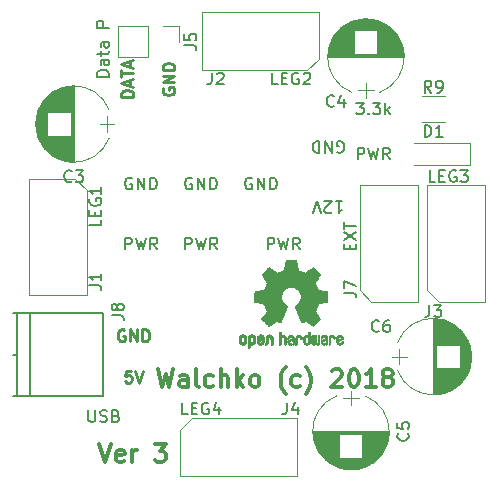
<source format=gbr>
G04 #@! TF.FileFunction,Legend,Top*
%FSLAX46Y46*%
G04 Gerber Fmt 4.6, Leading zero omitted, Abs format (unit mm)*
G04 Created by KiCad (PCBNEW 4.0.7) date 03/20/18 07:49:49*
%MOMM*%
%LPD*%
G01*
G04 APERTURE LIST*
%ADD10C,0.100000*%
%ADD11C,0.300000*%
%ADD12C,0.200000*%
%ADD13C,0.250000*%
%ADD14C,0.120000*%
%ADD15C,0.150000*%
%ADD16C,0.010000*%
G04 APERTURE END LIST*
D10*
D11*
X115217144Y-96333571D02*
X115717144Y-97833571D01*
X116217144Y-96333571D01*
X117288572Y-97762143D02*
X117145715Y-97833571D01*
X116860001Y-97833571D01*
X116717144Y-97762143D01*
X116645715Y-97619286D01*
X116645715Y-97047857D01*
X116717144Y-96905000D01*
X116860001Y-96833571D01*
X117145715Y-96833571D01*
X117288572Y-96905000D01*
X117360001Y-97047857D01*
X117360001Y-97190714D01*
X116645715Y-97333571D01*
X118002858Y-97833571D02*
X118002858Y-96833571D01*
X118002858Y-97119286D02*
X118074286Y-96976429D01*
X118145715Y-96905000D01*
X118288572Y-96833571D01*
X118431429Y-96833571D01*
X119931429Y-96333571D02*
X120860000Y-96333571D01*
X120360000Y-96905000D01*
X120574286Y-96905000D01*
X120717143Y-96976429D01*
X120788572Y-97047857D01*
X120860000Y-97190714D01*
X120860000Y-97547857D01*
X120788572Y-97690714D01*
X120717143Y-97762143D01*
X120574286Y-97833571D01*
X120145714Y-97833571D01*
X120002857Y-97762143D01*
X119931429Y-97690714D01*
D12*
X135239047Y-75757619D02*
X135810476Y-75757619D01*
X135524762Y-75757619D02*
X135524762Y-76757619D01*
X135620000Y-76614762D01*
X135715238Y-76519524D01*
X135810476Y-76471905D01*
X134858095Y-76662381D02*
X134810476Y-76710000D01*
X134715238Y-76757619D01*
X134477142Y-76757619D01*
X134381904Y-76710000D01*
X134334285Y-76662381D01*
X134286666Y-76567143D01*
X134286666Y-76471905D01*
X134334285Y-76329048D01*
X134905714Y-75757619D01*
X134286666Y-75757619D01*
X134000952Y-76757619D02*
X133667619Y-75757619D01*
X133334285Y-76757619D01*
X135381904Y-71610000D02*
X135477142Y-71657619D01*
X135619999Y-71657619D01*
X135762857Y-71610000D01*
X135858095Y-71514762D01*
X135905714Y-71419524D01*
X135953333Y-71229048D01*
X135953333Y-71086190D01*
X135905714Y-70895714D01*
X135858095Y-70800476D01*
X135762857Y-70705238D01*
X135619999Y-70657619D01*
X135524761Y-70657619D01*
X135381904Y-70705238D01*
X135334285Y-70752857D01*
X135334285Y-71086190D01*
X135524761Y-71086190D01*
X134905714Y-70657619D02*
X134905714Y-71657619D01*
X134334285Y-70657619D01*
X134334285Y-71657619D01*
X133858095Y-70657619D02*
X133858095Y-71657619D01*
X133620000Y-71657619D01*
X133477142Y-71610000D01*
X133381904Y-71514762D01*
X133334285Y-71419524D01*
X133286666Y-71229048D01*
X133286666Y-71086190D01*
X133334285Y-70895714D01*
X133381904Y-70800476D01*
X133477142Y-70705238D01*
X133620000Y-70657619D01*
X133858095Y-70657619D01*
D13*
X117348096Y-86650000D02*
X117252858Y-86602381D01*
X117110001Y-86602381D01*
X116967143Y-86650000D01*
X116871905Y-86745238D01*
X116824286Y-86840476D01*
X116776667Y-87030952D01*
X116776667Y-87173810D01*
X116824286Y-87364286D01*
X116871905Y-87459524D01*
X116967143Y-87554762D01*
X117110001Y-87602381D01*
X117205239Y-87602381D01*
X117348096Y-87554762D01*
X117395715Y-87507143D01*
X117395715Y-87173810D01*
X117205239Y-87173810D01*
X117824286Y-87602381D02*
X117824286Y-86602381D01*
X118395715Y-87602381D01*
X118395715Y-86602381D01*
X118871905Y-87602381D02*
X118871905Y-86602381D01*
X119110000Y-86602381D01*
X119252858Y-86650000D01*
X119348096Y-86745238D01*
X119395715Y-86840476D01*
X119443334Y-87030952D01*
X119443334Y-87173810D01*
X119395715Y-87364286D01*
X119348096Y-87459524D01*
X119252858Y-87554762D01*
X119110000Y-87602381D01*
X118871905Y-87602381D01*
X117919524Y-90102381D02*
X117443333Y-90102381D01*
X117395714Y-90578571D01*
X117443333Y-90530952D01*
X117538571Y-90483333D01*
X117776667Y-90483333D01*
X117871905Y-90530952D01*
X117919524Y-90578571D01*
X117967143Y-90673810D01*
X117967143Y-90911905D01*
X117919524Y-91007143D01*
X117871905Y-91054762D01*
X117776667Y-91102381D01*
X117538571Y-91102381D01*
X117443333Y-91054762D01*
X117395714Y-91007143D01*
X118252857Y-90102381D02*
X118586190Y-91102381D01*
X118919524Y-90102381D01*
X118082381Y-66905000D02*
X117082381Y-66905000D01*
X117082381Y-66666905D01*
X117130000Y-66524047D01*
X117225238Y-66428809D01*
X117320476Y-66381190D01*
X117510952Y-66333571D01*
X117653810Y-66333571D01*
X117844286Y-66381190D01*
X117939524Y-66428809D01*
X118034762Y-66524047D01*
X118082381Y-66666905D01*
X118082381Y-66905000D01*
X117796667Y-65952619D02*
X117796667Y-65476428D01*
X118082381Y-66047857D02*
X117082381Y-65714524D01*
X118082381Y-65381190D01*
X117082381Y-65190714D02*
X117082381Y-64619285D01*
X118082381Y-64905000D02*
X117082381Y-64905000D01*
X117796667Y-64333571D02*
X117796667Y-63857380D01*
X118082381Y-64428809D02*
X117082381Y-64095476D01*
X118082381Y-63762142D01*
X120630000Y-66166904D02*
X120582381Y-66262142D01*
X120582381Y-66404999D01*
X120630000Y-66547857D01*
X120725238Y-66643095D01*
X120820476Y-66690714D01*
X121010952Y-66738333D01*
X121153810Y-66738333D01*
X121344286Y-66690714D01*
X121439524Y-66643095D01*
X121534762Y-66547857D01*
X121582381Y-66404999D01*
X121582381Y-66309761D01*
X121534762Y-66166904D01*
X121487143Y-66119285D01*
X121153810Y-66119285D01*
X121153810Y-66309761D01*
X121582381Y-65690714D02*
X120582381Y-65690714D01*
X121582381Y-65119285D01*
X120582381Y-65119285D01*
X121582381Y-64643095D02*
X120582381Y-64643095D01*
X120582381Y-64405000D01*
X120630000Y-64262142D01*
X120725238Y-64166904D01*
X120820476Y-64119285D01*
X121010952Y-64071666D01*
X121153810Y-64071666D01*
X121344286Y-64119285D01*
X121439524Y-64166904D01*
X121534762Y-64262142D01*
X121582381Y-64405000D01*
X121582381Y-64643095D01*
D11*
X120210716Y-89983571D02*
X120567859Y-91483571D01*
X120853573Y-90412143D01*
X121139287Y-91483571D01*
X121496430Y-89983571D01*
X122710716Y-91483571D02*
X122710716Y-90697857D01*
X122639287Y-90555000D01*
X122496430Y-90483571D01*
X122210716Y-90483571D01*
X122067859Y-90555000D01*
X122710716Y-91412143D02*
X122567859Y-91483571D01*
X122210716Y-91483571D01*
X122067859Y-91412143D01*
X121996430Y-91269286D01*
X121996430Y-91126429D01*
X122067859Y-90983571D01*
X122210716Y-90912143D01*
X122567859Y-90912143D01*
X122710716Y-90840714D01*
X123639288Y-91483571D02*
X123496430Y-91412143D01*
X123425002Y-91269286D01*
X123425002Y-89983571D01*
X124853573Y-91412143D02*
X124710716Y-91483571D01*
X124425002Y-91483571D01*
X124282144Y-91412143D01*
X124210716Y-91340714D01*
X124139287Y-91197857D01*
X124139287Y-90769286D01*
X124210716Y-90626429D01*
X124282144Y-90555000D01*
X124425002Y-90483571D01*
X124710716Y-90483571D01*
X124853573Y-90555000D01*
X125496430Y-91483571D02*
X125496430Y-89983571D01*
X126139287Y-91483571D02*
X126139287Y-90697857D01*
X126067858Y-90555000D01*
X125925001Y-90483571D01*
X125710716Y-90483571D01*
X125567858Y-90555000D01*
X125496430Y-90626429D01*
X126853573Y-91483571D02*
X126853573Y-89983571D01*
X126996430Y-90912143D02*
X127425001Y-91483571D01*
X127425001Y-90483571D02*
X126853573Y-91055000D01*
X128282145Y-91483571D02*
X128139287Y-91412143D01*
X128067859Y-91340714D01*
X127996430Y-91197857D01*
X127996430Y-90769286D01*
X128067859Y-90626429D01*
X128139287Y-90555000D01*
X128282145Y-90483571D01*
X128496430Y-90483571D01*
X128639287Y-90555000D01*
X128710716Y-90626429D01*
X128782145Y-90769286D01*
X128782145Y-91197857D01*
X128710716Y-91340714D01*
X128639287Y-91412143D01*
X128496430Y-91483571D01*
X128282145Y-91483571D01*
X130996430Y-92055000D02*
X130925002Y-91983571D01*
X130782145Y-91769286D01*
X130710716Y-91626429D01*
X130639287Y-91412143D01*
X130567859Y-91055000D01*
X130567859Y-90769286D01*
X130639287Y-90412143D01*
X130710716Y-90197857D01*
X130782145Y-90055000D01*
X130925002Y-89840714D01*
X130996430Y-89769286D01*
X132210716Y-91412143D02*
X132067859Y-91483571D01*
X131782145Y-91483571D01*
X131639287Y-91412143D01*
X131567859Y-91340714D01*
X131496430Y-91197857D01*
X131496430Y-90769286D01*
X131567859Y-90626429D01*
X131639287Y-90555000D01*
X131782145Y-90483571D01*
X132067859Y-90483571D01*
X132210716Y-90555000D01*
X132710716Y-92055000D02*
X132782144Y-91983571D01*
X132925001Y-91769286D01*
X132996430Y-91626429D01*
X133067859Y-91412143D01*
X133139287Y-91055000D01*
X133139287Y-90769286D01*
X133067859Y-90412143D01*
X132996430Y-90197857D01*
X132925001Y-90055000D01*
X132782144Y-89840714D01*
X132710716Y-89769286D01*
X134925001Y-90126429D02*
X134996430Y-90055000D01*
X135139287Y-89983571D01*
X135496430Y-89983571D01*
X135639287Y-90055000D01*
X135710716Y-90126429D01*
X135782144Y-90269286D01*
X135782144Y-90412143D01*
X135710716Y-90626429D01*
X134853573Y-91483571D01*
X135782144Y-91483571D01*
X136710715Y-89983571D02*
X136853572Y-89983571D01*
X136996429Y-90055000D01*
X137067858Y-90126429D01*
X137139287Y-90269286D01*
X137210715Y-90555000D01*
X137210715Y-90912143D01*
X137139287Y-91197857D01*
X137067858Y-91340714D01*
X136996429Y-91412143D01*
X136853572Y-91483571D01*
X136710715Y-91483571D01*
X136567858Y-91412143D01*
X136496429Y-91340714D01*
X136425001Y-91197857D01*
X136353572Y-90912143D01*
X136353572Y-90555000D01*
X136425001Y-90269286D01*
X136496429Y-90126429D01*
X136567858Y-90055000D01*
X136710715Y-89983571D01*
X138639286Y-91483571D02*
X137782143Y-91483571D01*
X138210715Y-91483571D02*
X138210715Y-89983571D01*
X138067858Y-90197857D01*
X137925000Y-90340714D01*
X137782143Y-90412143D01*
X139496429Y-90626429D02*
X139353571Y-90555000D01*
X139282143Y-90483571D01*
X139210714Y-90340714D01*
X139210714Y-90269286D01*
X139282143Y-90126429D01*
X139353571Y-90055000D01*
X139496429Y-89983571D01*
X139782143Y-89983571D01*
X139925000Y-90055000D01*
X139996429Y-90126429D01*
X140067857Y-90269286D01*
X140067857Y-90340714D01*
X139996429Y-90483571D01*
X139925000Y-90555000D01*
X139782143Y-90626429D01*
X139496429Y-90626429D01*
X139353571Y-90697857D01*
X139282143Y-90769286D01*
X139210714Y-90912143D01*
X139210714Y-91197857D01*
X139282143Y-91340714D01*
X139353571Y-91412143D01*
X139496429Y-91483571D01*
X139782143Y-91483571D01*
X139925000Y-91412143D01*
X139996429Y-91340714D01*
X140067857Y-91197857D01*
X140067857Y-90912143D01*
X139996429Y-90769286D01*
X139925000Y-90697857D01*
X139782143Y-90626429D01*
D14*
X146610000Y-72705000D02*
X146610000Y-70805000D01*
X146610000Y-70805000D02*
X141910000Y-70805000D01*
X146610000Y-72705000D02*
X141910000Y-72705000D01*
X144510000Y-69015000D02*
X142510000Y-69015000D01*
X142510000Y-66875000D02*
X144510000Y-66875000D01*
X114195000Y-74830000D02*
X113195000Y-73830000D01*
X109295000Y-83730000D02*
X114195000Y-83730000D01*
X114195000Y-83730000D02*
X114195000Y-74830000D01*
X113195000Y-73830000D02*
X109295000Y-73830000D01*
X109295000Y-73830000D02*
X109295000Y-83730000D01*
X132815000Y-64665000D02*
X133815000Y-63665000D01*
X123915000Y-59765000D02*
X123915000Y-64665000D01*
X123915000Y-64665000D02*
X132815000Y-64665000D01*
X133815000Y-63665000D02*
X133815000Y-59765000D01*
X133815000Y-59765000D02*
X123915000Y-59765000D01*
X142980000Y-83285000D02*
X143980000Y-84285000D01*
X147880000Y-74385000D02*
X142980000Y-74385000D01*
X142980000Y-74385000D02*
X142980000Y-83285000D01*
X143980000Y-84285000D02*
X147880000Y-84285000D01*
X147880000Y-84285000D02*
X147880000Y-74385000D01*
X123090000Y-94085000D02*
X122090000Y-95085000D01*
X131990000Y-98985000D02*
X131990000Y-94085000D01*
X131990000Y-94085000D02*
X123090000Y-94085000D01*
X122090000Y-95085000D02*
X122090000Y-98985000D01*
X122090000Y-98985000D02*
X131990000Y-98985000D01*
X110032180Y-70394136D02*
G75*
G03X116067482Y-70395000I3017820J1179136D01*
G01*
X110032180Y-68035864D02*
G75*
G02X116067482Y-68035000I3017820J-1179136D01*
G01*
X110032180Y-68035864D02*
G75*
G03X110032518Y-70395000I3017820J-1179136D01*
G01*
X113050000Y-72415000D02*
X113050000Y-66015000D01*
X113010000Y-72415000D02*
X113010000Y-66015000D01*
X112970000Y-72415000D02*
X112970000Y-66015000D01*
X112930000Y-72413000D02*
X112930000Y-66017000D01*
X112890000Y-72412000D02*
X112890000Y-66018000D01*
X112850000Y-72409000D02*
X112850000Y-66021000D01*
X112810000Y-72407000D02*
X112810000Y-66023000D01*
X112770000Y-72403000D02*
X112770000Y-70195000D01*
X112770000Y-68235000D02*
X112770000Y-66027000D01*
X112730000Y-72400000D02*
X112730000Y-70195000D01*
X112730000Y-68235000D02*
X112730000Y-66030000D01*
X112690000Y-72395000D02*
X112690000Y-70195000D01*
X112690000Y-68235000D02*
X112690000Y-66035000D01*
X112650000Y-72391000D02*
X112650000Y-70195000D01*
X112650000Y-68235000D02*
X112650000Y-66039000D01*
X112610000Y-72385000D02*
X112610000Y-70195000D01*
X112610000Y-68235000D02*
X112610000Y-66045000D01*
X112570000Y-72380000D02*
X112570000Y-70195000D01*
X112570000Y-68235000D02*
X112570000Y-66050000D01*
X112530000Y-72373000D02*
X112530000Y-70195000D01*
X112530000Y-68235000D02*
X112530000Y-66057000D01*
X112490000Y-72367000D02*
X112490000Y-70195000D01*
X112490000Y-68235000D02*
X112490000Y-66063000D01*
X112450000Y-72359000D02*
X112450000Y-70195000D01*
X112450000Y-68235000D02*
X112450000Y-66071000D01*
X112410000Y-72352000D02*
X112410000Y-70195000D01*
X112410000Y-68235000D02*
X112410000Y-66078000D01*
X112370000Y-72343000D02*
X112370000Y-70195000D01*
X112370000Y-68235000D02*
X112370000Y-66087000D01*
X112329000Y-72334000D02*
X112329000Y-70195000D01*
X112329000Y-68235000D02*
X112329000Y-66096000D01*
X112289000Y-72325000D02*
X112289000Y-70195000D01*
X112289000Y-68235000D02*
X112289000Y-66105000D01*
X112249000Y-72315000D02*
X112249000Y-70195000D01*
X112249000Y-68235000D02*
X112249000Y-66115000D01*
X112209000Y-72305000D02*
X112209000Y-70195000D01*
X112209000Y-68235000D02*
X112209000Y-66125000D01*
X112169000Y-72294000D02*
X112169000Y-70195000D01*
X112169000Y-68235000D02*
X112169000Y-66136000D01*
X112129000Y-72282000D02*
X112129000Y-70195000D01*
X112129000Y-68235000D02*
X112129000Y-66148000D01*
X112089000Y-72270000D02*
X112089000Y-70195000D01*
X112089000Y-68235000D02*
X112089000Y-66160000D01*
X112049000Y-72257000D02*
X112049000Y-70195000D01*
X112049000Y-68235000D02*
X112049000Y-66173000D01*
X112009000Y-72244000D02*
X112009000Y-70195000D01*
X112009000Y-68235000D02*
X112009000Y-66186000D01*
X111969000Y-72230000D02*
X111969000Y-70195000D01*
X111969000Y-68235000D02*
X111969000Y-66200000D01*
X111929000Y-72216000D02*
X111929000Y-70195000D01*
X111929000Y-68235000D02*
X111929000Y-66214000D01*
X111889000Y-72201000D02*
X111889000Y-70195000D01*
X111889000Y-68235000D02*
X111889000Y-66229000D01*
X111849000Y-72185000D02*
X111849000Y-70195000D01*
X111849000Y-68235000D02*
X111849000Y-66245000D01*
X111809000Y-72169000D02*
X111809000Y-70195000D01*
X111809000Y-68235000D02*
X111809000Y-66261000D01*
X111769000Y-72152000D02*
X111769000Y-70195000D01*
X111769000Y-68235000D02*
X111769000Y-66278000D01*
X111729000Y-72134000D02*
X111729000Y-70195000D01*
X111729000Y-68235000D02*
X111729000Y-66296000D01*
X111689000Y-72116000D02*
X111689000Y-70195000D01*
X111689000Y-68235000D02*
X111689000Y-66314000D01*
X111649000Y-72097000D02*
X111649000Y-70195000D01*
X111649000Y-68235000D02*
X111649000Y-66333000D01*
X111609000Y-72078000D02*
X111609000Y-70195000D01*
X111609000Y-68235000D02*
X111609000Y-66352000D01*
X111569000Y-72058000D02*
X111569000Y-70195000D01*
X111569000Y-68235000D02*
X111569000Y-66372000D01*
X111529000Y-72037000D02*
X111529000Y-70195000D01*
X111529000Y-68235000D02*
X111529000Y-66393000D01*
X111489000Y-72015000D02*
X111489000Y-70195000D01*
X111489000Y-68235000D02*
X111489000Y-66415000D01*
X111449000Y-71993000D02*
X111449000Y-70195000D01*
X111449000Y-68235000D02*
X111449000Y-66437000D01*
X111409000Y-71970000D02*
X111409000Y-70195000D01*
X111409000Y-68235000D02*
X111409000Y-66460000D01*
X111369000Y-71946000D02*
X111369000Y-70195000D01*
X111369000Y-68235000D02*
X111369000Y-66484000D01*
X111329000Y-71921000D02*
X111329000Y-70195000D01*
X111329000Y-68235000D02*
X111329000Y-66509000D01*
X111289000Y-71896000D02*
X111289000Y-70195000D01*
X111289000Y-68235000D02*
X111289000Y-66534000D01*
X111249000Y-71869000D02*
X111249000Y-70195000D01*
X111249000Y-68235000D02*
X111249000Y-66561000D01*
X111209000Y-71842000D02*
X111209000Y-70195000D01*
X111209000Y-68235000D02*
X111209000Y-66588000D01*
X111169000Y-71814000D02*
X111169000Y-70195000D01*
X111169000Y-68235000D02*
X111169000Y-66616000D01*
X111129000Y-71785000D02*
X111129000Y-70195000D01*
X111129000Y-68235000D02*
X111129000Y-66645000D01*
X111089000Y-71755000D02*
X111089000Y-70195000D01*
X111089000Y-68235000D02*
X111089000Y-66675000D01*
X111049000Y-71725000D02*
X111049000Y-70195000D01*
X111049000Y-68235000D02*
X111049000Y-66705000D01*
X111009000Y-71693000D02*
X111009000Y-70195000D01*
X111009000Y-68235000D02*
X111009000Y-66737000D01*
X110969000Y-71660000D02*
X110969000Y-70195000D01*
X110969000Y-68235000D02*
X110969000Y-66770000D01*
X110929000Y-71626000D02*
X110929000Y-70195000D01*
X110929000Y-68235000D02*
X110929000Y-66804000D01*
X110889000Y-71590000D02*
X110889000Y-70195000D01*
X110889000Y-68235000D02*
X110889000Y-66840000D01*
X110849000Y-71554000D02*
X110849000Y-70195000D01*
X110849000Y-68235000D02*
X110849000Y-66876000D01*
X110809000Y-71516000D02*
X110809000Y-66914000D01*
X110769000Y-71477000D02*
X110769000Y-66953000D01*
X110729000Y-71437000D02*
X110729000Y-66993000D01*
X110689000Y-71395000D02*
X110689000Y-67035000D01*
X110649000Y-71352000D02*
X110649000Y-67078000D01*
X110609000Y-71307000D02*
X110609000Y-67123000D01*
X110569000Y-71260000D02*
X110569000Y-67170000D01*
X110529000Y-71212000D02*
X110529000Y-67218000D01*
X110489000Y-71161000D02*
X110489000Y-67269000D01*
X110449000Y-71109000D02*
X110449000Y-67321000D01*
X110409000Y-71054000D02*
X110409000Y-67376000D01*
X110369000Y-70996000D02*
X110369000Y-67434000D01*
X110329000Y-70936000D02*
X110329000Y-67494000D01*
X110289000Y-70873000D02*
X110289000Y-67557000D01*
X110249000Y-70806000D02*
X110249000Y-67624000D01*
X110209000Y-70735000D02*
X110209000Y-67695000D01*
X110169000Y-70660000D02*
X110169000Y-67770000D01*
X110129000Y-70579000D02*
X110129000Y-67851000D01*
X110089000Y-70493000D02*
X110089000Y-67937000D01*
X110049000Y-70399000D02*
X110049000Y-68031000D01*
X110009000Y-70296000D02*
X110009000Y-68134000D01*
X109969000Y-70181000D02*
X109969000Y-68249000D01*
X109929000Y-70049000D02*
X109929000Y-68381000D01*
X109889000Y-69891000D02*
X109889000Y-68539000D01*
X109849000Y-69683000D02*
X109849000Y-68747000D01*
X116500000Y-69215000D02*
X115300000Y-69215000D01*
X115900000Y-69865000D02*
X115900000Y-68565000D01*
X136615864Y-60502180D02*
G75*
G03X136615000Y-66537482I1179136J-3017820D01*
G01*
X138974136Y-60502180D02*
G75*
G02X138975000Y-66537482I-1179136J-3017820D01*
G01*
X138974136Y-60502180D02*
G75*
G03X136615000Y-60502518I-1179136J-3017820D01*
G01*
X134595000Y-63520000D02*
X140995000Y-63520000D01*
X134595000Y-63480000D02*
X140995000Y-63480000D01*
X134595000Y-63440000D02*
X140995000Y-63440000D01*
X134597000Y-63400000D02*
X140993000Y-63400000D01*
X134598000Y-63360000D02*
X140992000Y-63360000D01*
X134601000Y-63320000D02*
X140989000Y-63320000D01*
X134603000Y-63280000D02*
X140987000Y-63280000D01*
X134607000Y-63240000D02*
X136815000Y-63240000D01*
X138775000Y-63240000D02*
X140983000Y-63240000D01*
X134610000Y-63200000D02*
X136815000Y-63200000D01*
X138775000Y-63200000D02*
X140980000Y-63200000D01*
X134615000Y-63160000D02*
X136815000Y-63160000D01*
X138775000Y-63160000D02*
X140975000Y-63160000D01*
X134619000Y-63120000D02*
X136815000Y-63120000D01*
X138775000Y-63120000D02*
X140971000Y-63120000D01*
X134625000Y-63080000D02*
X136815000Y-63080000D01*
X138775000Y-63080000D02*
X140965000Y-63080000D01*
X134630000Y-63040000D02*
X136815000Y-63040000D01*
X138775000Y-63040000D02*
X140960000Y-63040000D01*
X134637000Y-63000000D02*
X136815000Y-63000000D01*
X138775000Y-63000000D02*
X140953000Y-63000000D01*
X134643000Y-62960000D02*
X136815000Y-62960000D01*
X138775000Y-62960000D02*
X140947000Y-62960000D01*
X134651000Y-62920000D02*
X136815000Y-62920000D01*
X138775000Y-62920000D02*
X140939000Y-62920000D01*
X134658000Y-62880000D02*
X136815000Y-62880000D01*
X138775000Y-62880000D02*
X140932000Y-62880000D01*
X134667000Y-62840000D02*
X136815000Y-62840000D01*
X138775000Y-62840000D02*
X140923000Y-62840000D01*
X134676000Y-62799000D02*
X136815000Y-62799000D01*
X138775000Y-62799000D02*
X140914000Y-62799000D01*
X134685000Y-62759000D02*
X136815000Y-62759000D01*
X138775000Y-62759000D02*
X140905000Y-62759000D01*
X134695000Y-62719000D02*
X136815000Y-62719000D01*
X138775000Y-62719000D02*
X140895000Y-62719000D01*
X134705000Y-62679000D02*
X136815000Y-62679000D01*
X138775000Y-62679000D02*
X140885000Y-62679000D01*
X134716000Y-62639000D02*
X136815000Y-62639000D01*
X138775000Y-62639000D02*
X140874000Y-62639000D01*
X134728000Y-62599000D02*
X136815000Y-62599000D01*
X138775000Y-62599000D02*
X140862000Y-62599000D01*
X134740000Y-62559000D02*
X136815000Y-62559000D01*
X138775000Y-62559000D02*
X140850000Y-62559000D01*
X134753000Y-62519000D02*
X136815000Y-62519000D01*
X138775000Y-62519000D02*
X140837000Y-62519000D01*
X134766000Y-62479000D02*
X136815000Y-62479000D01*
X138775000Y-62479000D02*
X140824000Y-62479000D01*
X134780000Y-62439000D02*
X136815000Y-62439000D01*
X138775000Y-62439000D02*
X140810000Y-62439000D01*
X134794000Y-62399000D02*
X136815000Y-62399000D01*
X138775000Y-62399000D02*
X140796000Y-62399000D01*
X134809000Y-62359000D02*
X136815000Y-62359000D01*
X138775000Y-62359000D02*
X140781000Y-62359000D01*
X134825000Y-62319000D02*
X136815000Y-62319000D01*
X138775000Y-62319000D02*
X140765000Y-62319000D01*
X134841000Y-62279000D02*
X136815000Y-62279000D01*
X138775000Y-62279000D02*
X140749000Y-62279000D01*
X134858000Y-62239000D02*
X136815000Y-62239000D01*
X138775000Y-62239000D02*
X140732000Y-62239000D01*
X134876000Y-62199000D02*
X136815000Y-62199000D01*
X138775000Y-62199000D02*
X140714000Y-62199000D01*
X134894000Y-62159000D02*
X136815000Y-62159000D01*
X138775000Y-62159000D02*
X140696000Y-62159000D01*
X134913000Y-62119000D02*
X136815000Y-62119000D01*
X138775000Y-62119000D02*
X140677000Y-62119000D01*
X134932000Y-62079000D02*
X136815000Y-62079000D01*
X138775000Y-62079000D02*
X140658000Y-62079000D01*
X134952000Y-62039000D02*
X136815000Y-62039000D01*
X138775000Y-62039000D02*
X140638000Y-62039000D01*
X134973000Y-61999000D02*
X136815000Y-61999000D01*
X138775000Y-61999000D02*
X140617000Y-61999000D01*
X134995000Y-61959000D02*
X136815000Y-61959000D01*
X138775000Y-61959000D02*
X140595000Y-61959000D01*
X135017000Y-61919000D02*
X136815000Y-61919000D01*
X138775000Y-61919000D02*
X140573000Y-61919000D01*
X135040000Y-61879000D02*
X136815000Y-61879000D01*
X138775000Y-61879000D02*
X140550000Y-61879000D01*
X135064000Y-61839000D02*
X136815000Y-61839000D01*
X138775000Y-61839000D02*
X140526000Y-61839000D01*
X135089000Y-61799000D02*
X136815000Y-61799000D01*
X138775000Y-61799000D02*
X140501000Y-61799000D01*
X135114000Y-61759000D02*
X136815000Y-61759000D01*
X138775000Y-61759000D02*
X140476000Y-61759000D01*
X135141000Y-61719000D02*
X136815000Y-61719000D01*
X138775000Y-61719000D02*
X140449000Y-61719000D01*
X135168000Y-61679000D02*
X136815000Y-61679000D01*
X138775000Y-61679000D02*
X140422000Y-61679000D01*
X135196000Y-61639000D02*
X136815000Y-61639000D01*
X138775000Y-61639000D02*
X140394000Y-61639000D01*
X135225000Y-61599000D02*
X136815000Y-61599000D01*
X138775000Y-61599000D02*
X140365000Y-61599000D01*
X135255000Y-61559000D02*
X136815000Y-61559000D01*
X138775000Y-61559000D02*
X140335000Y-61559000D01*
X135285000Y-61519000D02*
X136815000Y-61519000D01*
X138775000Y-61519000D02*
X140305000Y-61519000D01*
X135317000Y-61479000D02*
X136815000Y-61479000D01*
X138775000Y-61479000D02*
X140273000Y-61479000D01*
X135350000Y-61439000D02*
X136815000Y-61439000D01*
X138775000Y-61439000D02*
X140240000Y-61439000D01*
X135384000Y-61399000D02*
X136815000Y-61399000D01*
X138775000Y-61399000D02*
X140206000Y-61399000D01*
X135420000Y-61359000D02*
X136815000Y-61359000D01*
X138775000Y-61359000D02*
X140170000Y-61359000D01*
X135456000Y-61319000D02*
X136815000Y-61319000D01*
X138775000Y-61319000D02*
X140134000Y-61319000D01*
X135494000Y-61279000D02*
X140096000Y-61279000D01*
X135533000Y-61239000D02*
X140057000Y-61239000D01*
X135573000Y-61199000D02*
X140017000Y-61199000D01*
X135615000Y-61159000D02*
X139975000Y-61159000D01*
X135658000Y-61119000D02*
X139932000Y-61119000D01*
X135703000Y-61079000D02*
X139887000Y-61079000D01*
X135750000Y-61039000D02*
X139840000Y-61039000D01*
X135798000Y-60999000D02*
X139792000Y-60999000D01*
X135849000Y-60959000D02*
X139741000Y-60959000D01*
X135901000Y-60919000D02*
X139689000Y-60919000D01*
X135956000Y-60879000D02*
X139634000Y-60879000D01*
X136014000Y-60839000D02*
X139576000Y-60839000D01*
X136074000Y-60799000D02*
X139516000Y-60799000D01*
X136137000Y-60759000D02*
X139453000Y-60759000D01*
X136204000Y-60719000D02*
X139386000Y-60719000D01*
X136275000Y-60679000D02*
X139315000Y-60679000D01*
X136350000Y-60639000D02*
X139240000Y-60639000D01*
X136431000Y-60599000D02*
X139159000Y-60599000D01*
X136517000Y-60559000D02*
X139073000Y-60559000D01*
X136611000Y-60519000D02*
X138979000Y-60519000D01*
X136714000Y-60479000D02*
X138876000Y-60479000D01*
X136829000Y-60439000D02*
X138761000Y-60439000D01*
X136961000Y-60399000D02*
X138629000Y-60399000D01*
X137119000Y-60359000D02*
X138471000Y-60359000D01*
X137327000Y-60319000D02*
X138263000Y-60319000D01*
X137795000Y-66970000D02*
X137795000Y-65770000D01*
X137145000Y-66370000D02*
X138445000Y-66370000D01*
X137704136Y-98247820D02*
G75*
G03X137705000Y-92212518I-1179136J3017820D01*
G01*
X135345864Y-98247820D02*
G75*
G02X135345000Y-92212518I1179136J3017820D01*
G01*
X135345864Y-98247820D02*
G75*
G03X137705000Y-98247482I1179136J3017820D01*
G01*
X139725000Y-95230000D02*
X133325000Y-95230000D01*
X139725000Y-95270000D02*
X133325000Y-95270000D01*
X139725000Y-95310000D02*
X133325000Y-95310000D01*
X139723000Y-95350000D02*
X133327000Y-95350000D01*
X139722000Y-95390000D02*
X133328000Y-95390000D01*
X139719000Y-95430000D02*
X133331000Y-95430000D01*
X139717000Y-95470000D02*
X133333000Y-95470000D01*
X139713000Y-95510000D02*
X137505000Y-95510000D01*
X135545000Y-95510000D02*
X133337000Y-95510000D01*
X139710000Y-95550000D02*
X137505000Y-95550000D01*
X135545000Y-95550000D02*
X133340000Y-95550000D01*
X139705000Y-95590000D02*
X137505000Y-95590000D01*
X135545000Y-95590000D02*
X133345000Y-95590000D01*
X139701000Y-95630000D02*
X137505000Y-95630000D01*
X135545000Y-95630000D02*
X133349000Y-95630000D01*
X139695000Y-95670000D02*
X137505000Y-95670000D01*
X135545000Y-95670000D02*
X133355000Y-95670000D01*
X139690000Y-95710000D02*
X137505000Y-95710000D01*
X135545000Y-95710000D02*
X133360000Y-95710000D01*
X139683000Y-95750000D02*
X137505000Y-95750000D01*
X135545000Y-95750000D02*
X133367000Y-95750000D01*
X139677000Y-95790000D02*
X137505000Y-95790000D01*
X135545000Y-95790000D02*
X133373000Y-95790000D01*
X139669000Y-95830000D02*
X137505000Y-95830000D01*
X135545000Y-95830000D02*
X133381000Y-95830000D01*
X139662000Y-95870000D02*
X137505000Y-95870000D01*
X135545000Y-95870000D02*
X133388000Y-95870000D01*
X139653000Y-95910000D02*
X137505000Y-95910000D01*
X135545000Y-95910000D02*
X133397000Y-95910000D01*
X139644000Y-95951000D02*
X137505000Y-95951000D01*
X135545000Y-95951000D02*
X133406000Y-95951000D01*
X139635000Y-95991000D02*
X137505000Y-95991000D01*
X135545000Y-95991000D02*
X133415000Y-95991000D01*
X139625000Y-96031000D02*
X137505000Y-96031000D01*
X135545000Y-96031000D02*
X133425000Y-96031000D01*
X139615000Y-96071000D02*
X137505000Y-96071000D01*
X135545000Y-96071000D02*
X133435000Y-96071000D01*
X139604000Y-96111000D02*
X137505000Y-96111000D01*
X135545000Y-96111000D02*
X133446000Y-96111000D01*
X139592000Y-96151000D02*
X137505000Y-96151000D01*
X135545000Y-96151000D02*
X133458000Y-96151000D01*
X139580000Y-96191000D02*
X137505000Y-96191000D01*
X135545000Y-96191000D02*
X133470000Y-96191000D01*
X139567000Y-96231000D02*
X137505000Y-96231000D01*
X135545000Y-96231000D02*
X133483000Y-96231000D01*
X139554000Y-96271000D02*
X137505000Y-96271000D01*
X135545000Y-96271000D02*
X133496000Y-96271000D01*
X139540000Y-96311000D02*
X137505000Y-96311000D01*
X135545000Y-96311000D02*
X133510000Y-96311000D01*
X139526000Y-96351000D02*
X137505000Y-96351000D01*
X135545000Y-96351000D02*
X133524000Y-96351000D01*
X139511000Y-96391000D02*
X137505000Y-96391000D01*
X135545000Y-96391000D02*
X133539000Y-96391000D01*
X139495000Y-96431000D02*
X137505000Y-96431000D01*
X135545000Y-96431000D02*
X133555000Y-96431000D01*
X139479000Y-96471000D02*
X137505000Y-96471000D01*
X135545000Y-96471000D02*
X133571000Y-96471000D01*
X139462000Y-96511000D02*
X137505000Y-96511000D01*
X135545000Y-96511000D02*
X133588000Y-96511000D01*
X139444000Y-96551000D02*
X137505000Y-96551000D01*
X135545000Y-96551000D02*
X133606000Y-96551000D01*
X139426000Y-96591000D02*
X137505000Y-96591000D01*
X135545000Y-96591000D02*
X133624000Y-96591000D01*
X139407000Y-96631000D02*
X137505000Y-96631000D01*
X135545000Y-96631000D02*
X133643000Y-96631000D01*
X139388000Y-96671000D02*
X137505000Y-96671000D01*
X135545000Y-96671000D02*
X133662000Y-96671000D01*
X139368000Y-96711000D02*
X137505000Y-96711000D01*
X135545000Y-96711000D02*
X133682000Y-96711000D01*
X139347000Y-96751000D02*
X137505000Y-96751000D01*
X135545000Y-96751000D02*
X133703000Y-96751000D01*
X139325000Y-96791000D02*
X137505000Y-96791000D01*
X135545000Y-96791000D02*
X133725000Y-96791000D01*
X139303000Y-96831000D02*
X137505000Y-96831000D01*
X135545000Y-96831000D02*
X133747000Y-96831000D01*
X139280000Y-96871000D02*
X137505000Y-96871000D01*
X135545000Y-96871000D02*
X133770000Y-96871000D01*
X139256000Y-96911000D02*
X137505000Y-96911000D01*
X135545000Y-96911000D02*
X133794000Y-96911000D01*
X139231000Y-96951000D02*
X137505000Y-96951000D01*
X135545000Y-96951000D02*
X133819000Y-96951000D01*
X139206000Y-96991000D02*
X137505000Y-96991000D01*
X135545000Y-96991000D02*
X133844000Y-96991000D01*
X139179000Y-97031000D02*
X137505000Y-97031000D01*
X135545000Y-97031000D02*
X133871000Y-97031000D01*
X139152000Y-97071000D02*
X137505000Y-97071000D01*
X135545000Y-97071000D02*
X133898000Y-97071000D01*
X139124000Y-97111000D02*
X137505000Y-97111000D01*
X135545000Y-97111000D02*
X133926000Y-97111000D01*
X139095000Y-97151000D02*
X137505000Y-97151000D01*
X135545000Y-97151000D02*
X133955000Y-97151000D01*
X139065000Y-97191000D02*
X137505000Y-97191000D01*
X135545000Y-97191000D02*
X133985000Y-97191000D01*
X139035000Y-97231000D02*
X137505000Y-97231000D01*
X135545000Y-97231000D02*
X134015000Y-97231000D01*
X139003000Y-97271000D02*
X137505000Y-97271000D01*
X135545000Y-97271000D02*
X134047000Y-97271000D01*
X138970000Y-97311000D02*
X137505000Y-97311000D01*
X135545000Y-97311000D02*
X134080000Y-97311000D01*
X138936000Y-97351000D02*
X137505000Y-97351000D01*
X135545000Y-97351000D02*
X134114000Y-97351000D01*
X138900000Y-97391000D02*
X137505000Y-97391000D01*
X135545000Y-97391000D02*
X134150000Y-97391000D01*
X138864000Y-97431000D02*
X137505000Y-97431000D01*
X135545000Y-97431000D02*
X134186000Y-97431000D01*
X138826000Y-97471000D02*
X134224000Y-97471000D01*
X138787000Y-97511000D02*
X134263000Y-97511000D01*
X138747000Y-97551000D02*
X134303000Y-97551000D01*
X138705000Y-97591000D02*
X134345000Y-97591000D01*
X138662000Y-97631000D02*
X134388000Y-97631000D01*
X138617000Y-97671000D02*
X134433000Y-97671000D01*
X138570000Y-97711000D02*
X134480000Y-97711000D01*
X138522000Y-97751000D02*
X134528000Y-97751000D01*
X138471000Y-97791000D02*
X134579000Y-97791000D01*
X138419000Y-97831000D02*
X134631000Y-97831000D01*
X138364000Y-97871000D02*
X134686000Y-97871000D01*
X138306000Y-97911000D02*
X134744000Y-97911000D01*
X138246000Y-97951000D02*
X134804000Y-97951000D01*
X138183000Y-97991000D02*
X134867000Y-97991000D01*
X138116000Y-98031000D02*
X134934000Y-98031000D01*
X138045000Y-98071000D02*
X135005000Y-98071000D01*
X137970000Y-98111000D02*
X135080000Y-98111000D01*
X137889000Y-98151000D02*
X135161000Y-98151000D01*
X137803000Y-98191000D02*
X135247000Y-98191000D01*
X137709000Y-98231000D02*
X135341000Y-98231000D01*
X137606000Y-98271000D02*
X135444000Y-98271000D01*
X137491000Y-98311000D02*
X135559000Y-98311000D01*
X137359000Y-98351000D02*
X135691000Y-98351000D01*
X137201000Y-98391000D02*
X135849000Y-98391000D01*
X136993000Y-98431000D02*
X136057000Y-98431000D01*
X136525000Y-91780000D02*
X136525000Y-92980000D01*
X137175000Y-92380000D02*
X135875000Y-92380000D01*
X146507820Y-87720864D02*
G75*
G03X140472518Y-87720000I-3017820J-1179136D01*
G01*
X146507820Y-90079136D02*
G75*
G02X140472518Y-90080000I-3017820J1179136D01*
G01*
X146507820Y-90079136D02*
G75*
G03X146507482Y-87720000I-3017820J1179136D01*
G01*
X143490000Y-85700000D02*
X143490000Y-92100000D01*
X143530000Y-85700000D02*
X143530000Y-92100000D01*
X143570000Y-85700000D02*
X143570000Y-92100000D01*
X143610000Y-85702000D02*
X143610000Y-92098000D01*
X143650000Y-85703000D02*
X143650000Y-92097000D01*
X143690000Y-85706000D02*
X143690000Y-92094000D01*
X143730000Y-85708000D02*
X143730000Y-92092000D01*
X143770000Y-85712000D02*
X143770000Y-87920000D01*
X143770000Y-89880000D02*
X143770000Y-92088000D01*
X143810000Y-85715000D02*
X143810000Y-87920000D01*
X143810000Y-89880000D02*
X143810000Y-92085000D01*
X143850000Y-85720000D02*
X143850000Y-87920000D01*
X143850000Y-89880000D02*
X143850000Y-92080000D01*
X143890000Y-85724000D02*
X143890000Y-87920000D01*
X143890000Y-89880000D02*
X143890000Y-92076000D01*
X143930000Y-85730000D02*
X143930000Y-87920000D01*
X143930000Y-89880000D02*
X143930000Y-92070000D01*
X143970000Y-85735000D02*
X143970000Y-87920000D01*
X143970000Y-89880000D02*
X143970000Y-92065000D01*
X144010000Y-85742000D02*
X144010000Y-87920000D01*
X144010000Y-89880000D02*
X144010000Y-92058000D01*
X144050000Y-85748000D02*
X144050000Y-87920000D01*
X144050000Y-89880000D02*
X144050000Y-92052000D01*
X144090000Y-85756000D02*
X144090000Y-87920000D01*
X144090000Y-89880000D02*
X144090000Y-92044000D01*
X144130000Y-85763000D02*
X144130000Y-87920000D01*
X144130000Y-89880000D02*
X144130000Y-92037000D01*
X144170000Y-85772000D02*
X144170000Y-87920000D01*
X144170000Y-89880000D02*
X144170000Y-92028000D01*
X144211000Y-85781000D02*
X144211000Y-87920000D01*
X144211000Y-89880000D02*
X144211000Y-92019000D01*
X144251000Y-85790000D02*
X144251000Y-87920000D01*
X144251000Y-89880000D02*
X144251000Y-92010000D01*
X144291000Y-85800000D02*
X144291000Y-87920000D01*
X144291000Y-89880000D02*
X144291000Y-92000000D01*
X144331000Y-85810000D02*
X144331000Y-87920000D01*
X144331000Y-89880000D02*
X144331000Y-91990000D01*
X144371000Y-85821000D02*
X144371000Y-87920000D01*
X144371000Y-89880000D02*
X144371000Y-91979000D01*
X144411000Y-85833000D02*
X144411000Y-87920000D01*
X144411000Y-89880000D02*
X144411000Y-91967000D01*
X144451000Y-85845000D02*
X144451000Y-87920000D01*
X144451000Y-89880000D02*
X144451000Y-91955000D01*
X144491000Y-85858000D02*
X144491000Y-87920000D01*
X144491000Y-89880000D02*
X144491000Y-91942000D01*
X144531000Y-85871000D02*
X144531000Y-87920000D01*
X144531000Y-89880000D02*
X144531000Y-91929000D01*
X144571000Y-85885000D02*
X144571000Y-87920000D01*
X144571000Y-89880000D02*
X144571000Y-91915000D01*
X144611000Y-85899000D02*
X144611000Y-87920000D01*
X144611000Y-89880000D02*
X144611000Y-91901000D01*
X144651000Y-85914000D02*
X144651000Y-87920000D01*
X144651000Y-89880000D02*
X144651000Y-91886000D01*
X144691000Y-85930000D02*
X144691000Y-87920000D01*
X144691000Y-89880000D02*
X144691000Y-91870000D01*
X144731000Y-85946000D02*
X144731000Y-87920000D01*
X144731000Y-89880000D02*
X144731000Y-91854000D01*
X144771000Y-85963000D02*
X144771000Y-87920000D01*
X144771000Y-89880000D02*
X144771000Y-91837000D01*
X144811000Y-85981000D02*
X144811000Y-87920000D01*
X144811000Y-89880000D02*
X144811000Y-91819000D01*
X144851000Y-85999000D02*
X144851000Y-87920000D01*
X144851000Y-89880000D02*
X144851000Y-91801000D01*
X144891000Y-86018000D02*
X144891000Y-87920000D01*
X144891000Y-89880000D02*
X144891000Y-91782000D01*
X144931000Y-86037000D02*
X144931000Y-87920000D01*
X144931000Y-89880000D02*
X144931000Y-91763000D01*
X144971000Y-86057000D02*
X144971000Y-87920000D01*
X144971000Y-89880000D02*
X144971000Y-91743000D01*
X145011000Y-86078000D02*
X145011000Y-87920000D01*
X145011000Y-89880000D02*
X145011000Y-91722000D01*
X145051000Y-86100000D02*
X145051000Y-87920000D01*
X145051000Y-89880000D02*
X145051000Y-91700000D01*
X145091000Y-86122000D02*
X145091000Y-87920000D01*
X145091000Y-89880000D02*
X145091000Y-91678000D01*
X145131000Y-86145000D02*
X145131000Y-87920000D01*
X145131000Y-89880000D02*
X145131000Y-91655000D01*
X145171000Y-86169000D02*
X145171000Y-87920000D01*
X145171000Y-89880000D02*
X145171000Y-91631000D01*
X145211000Y-86194000D02*
X145211000Y-87920000D01*
X145211000Y-89880000D02*
X145211000Y-91606000D01*
X145251000Y-86219000D02*
X145251000Y-87920000D01*
X145251000Y-89880000D02*
X145251000Y-91581000D01*
X145291000Y-86246000D02*
X145291000Y-87920000D01*
X145291000Y-89880000D02*
X145291000Y-91554000D01*
X145331000Y-86273000D02*
X145331000Y-87920000D01*
X145331000Y-89880000D02*
X145331000Y-91527000D01*
X145371000Y-86301000D02*
X145371000Y-87920000D01*
X145371000Y-89880000D02*
X145371000Y-91499000D01*
X145411000Y-86330000D02*
X145411000Y-87920000D01*
X145411000Y-89880000D02*
X145411000Y-91470000D01*
X145451000Y-86360000D02*
X145451000Y-87920000D01*
X145451000Y-89880000D02*
X145451000Y-91440000D01*
X145491000Y-86390000D02*
X145491000Y-87920000D01*
X145491000Y-89880000D02*
X145491000Y-91410000D01*
X145531000Y-86422000D02*
X145531000Y-87920000D01*
X145531000Y-89880000D02*
X145531000Y-91378000D01*
X145571000Y-86455000D02*
X145571000Y-87920000D01*
X145571000Y-89880000D02*
X145571000Y-91345000D01*
X145611000Y-86489000D02*
X145611000Y-87920000D01*
X145611000Y-89880000D02*
X145611000Y-91311000D01*
X145651000Y-86525000D02*
X145651000Y-87920000D01*
X145651000Y-89880000D02*
X145651000Y-91275000D01*
X145691000Y-86561000D02*
X145691000Y-87920000D01*
X145691000Y-89880000D02*
X145691000Y-91239000D01*
X145731000Y-86599000D02*
X145731000Y-91201000D01*
X145771000Y-86638000D02*
X145771000Y-91162000D01*
X145811000Y-86678000D02*
X145811000Y-91122000D01*
X145851000Y-86720000D02*
X145851000Y-91080000D01*
X145891000Y-86763000D02*
X145891000Y-91037000D01*
X145931000Y-86808000D02*
X145931000Y-90992000D01*
X145971000Y-86855000D02*
X145971000Y-90945000D01*
X146011000Y-86903000D02*
X146011000Y-90897000D01*
X146051000Y-86954000D02*
X146051000Y-90846000D01*
X146091000Y-87006000D02*
X146091000Y-90794000D01*
X146131000Y-87061000D02*
X146131000Y-90739000D01*
X146171000Y-87119000D02*
X146171000Y-90681000D01*
X146211000Y-87179000D02*
X146211000Y-90621000D01*
X146251000Y-87242000D02*
X146251000Y-90558000D01*
X146291000Y-87309000D02*
X146291000Y-90491000D01*
X146331000Y-87380000D02*
X146331000Y-90420000D01*
X146371000Y-87455000D02*
X146371000Y-90345000D01*
X146411000Y-87536000D02*
X146411000Y-90264000D01*
X146451000Y-87622000D02*
X146451000Y-90178000D01*
X146491000Y-87716000D02*
X146491000Y-90084000D01*
X146531000Y-87819000D02*
X146531000Y-89981000D01*
X146571000Y-87934000D02*
X146571000Y-89866000D01*
X146611000Y-88066000D02*
X146611000Y-89734000D01*
X146651000Y-88224000D02*
X146651000Y-89576000D01*
X146691000Y-88432000D02*
X146691000Y-89368000D01*
X140040000Y-88900000D02*
X141240000Y-88900000D01*
X140640000Y-88250000D02*
X140640000Y-89550000D01*
X137265000Y-83285000D02*
X138265000Y-84285000D01*
X142165000Y-74385000D02*
X137265000Y-74385000D01*
X137265000Y-74385000D02*
X137265000Y-83285000D01*
X138265000Y-84285000D02*
X142165000Y-84285000D01*
X142165000Y-84285000D02*
X142165000Y-74385000D01*
X116780000Y-60900000D02*
X116780000Y-63560000D01*
X119380000Y-60900000D02*
X116780000Y-60900000D01*
X119380000Y-63560000D02*
X116780000Y-63560000D01*
X119380000Y-60900000D02*
X119380000Y-63560000D01*
X120650000Y-60900000D02*
X121980000Y-60900000D01*
X121980000Y-60900000D02*
X121980000Y-62230000D01*
D15*
X108295000Y-88745000D02*
X107895000Y-88745000D01*
X109395000Y-85245000D02*
X109395000Y-92245000D01*
X108295000Y-85245000D02*
X108295000Y-92245000D01*
X115495000Y-85245000D02*
X107895000Y-85245000D01*
X107895000Y-92245000D02*
X115495000Y-92245000D01*
X115495000Y-92245000D02*
X115495000Y-85245000D01*
D16*
G36*
X128213886Y-87039505D02*
X128288539Y-87076727D01*
X128354431Y-87145261D01*
X128372577Y-87170648D01*
X128392345Y-87203866D01*
X128405172Y-87239945D01*
X128412510Y-87288098D01*
X128415813Y-87357536D01*
X128416538Y-87449206D01*
X128413263Y-87574830D01*
X128401877Y-87669154D01*
X128380041Y-87739523D01*
X128345419Y-87793286D01*
X128295670Y-87837788D01*
X128292014Y-87840423D01*
X128242985Y-87867377D01*
X128183945Y-87880712D01*
X128108859Y-87884000D01*
X127986795Y-87884000D01*
X127986744Y-88002497D01*
X127985608Y-88068492D01*
X127978686Y-88107202D01*
X127960598Y-88130419D01*
X127925962Y-88149933D01*
X127917645Y-88153920D01*
X127878720Y-88172603D01*
X127848583Y-88184403D01*
X127826174Y-88185422D01*
X127810433Y-88171761D01*
X127800302Y-88139522D01*
X127794723Y-88084804D01*
X127792635Y-88003711D01*
X127792981Y-87892344D01*
X127794700Y-87746802D01*
X127795237Y-87703269D01*
X127797172Y-87553205D01*
X127798904Y-87455042D01*
X127986692Y-87455042D01*
X127987748Y-87538364D01*
X127992438Y-87592880D01*
X128003051Y-87628837D01*
X128021872Y-87656482D01*
X128034650Y-87669965D01*
X128086890Y-87709417D01*
X128133142Y-87712628D01*
X128180867Y-87680049D01*
X128182077Y-87678846D01*
X128201494Y-87653668D01*
X128213307Y-87619447D01*
X128219265Y-87566748D01*
X128221120Y-87486131D01*
X128221154Y-87468271D01*
X128216670Y-87357175D01*
X128202074Y-87280161D01*
X128175650Y-87233147D01*
X128135683Y-87212050D01*
X128112584Y-87209923D01*
X128057762Y-87219900D01*
X128020158Y-87252752D01*
X127997523Y-87312857D01*
X127987606Y-87404598D01*
X127986692Y-87455042D01*
X127798904Y-87455042D01*
X127799222Y-87437060D01*
X127801873Y-87349679D01*
X127805606Y-87285905D01*
X127810907Y-87240582D01*
X127818258Y-87208555D01*
X127828143Y-87184668D01*
X127841046Y-87163764D01*
X127846579Y-87155898D01*
X127919969Y-87081595D01*
X128012760Y-87039467D01*
X128120096Y-87027722D01*
X128213886Y-87039505D01*
X128213886Y-87039505D01*
G37*
X128213886Y-87039505D02*
X128288539Y-87076727D01*
X128354431Y-87145261D01*
X128372577Y-87170648D01*
X128392345Y-87203866D01*
X128405172Y-87239945D01*
X128412510Y-87288098D01*
X128415813Y-87357536D01*
X128416538Y-87449206D01*
X128413263Y-87574830D01*
X128401877Y-87669154D01*
X128380041Y-87739523D01*
X128345419Y-87793286D01*
X128295670Y-87837788D01*
X128292014Y-87840423D01*
X128242985Y-87867377D01*
X128183945Y-87880712D01*
X128108859Y-87884000D01*
X127986795Y-87884000D01*
X127986744Y-88002497D01*
X127985608Y-88068492D01*
X127978686Y-88107202D01*
X127960598Y-88130419D01*
X127925962Y-88149933D01*
X127917645Y-88153920D01*
X127878720Y-88172603D01*
X127848583Y-88184403D01*
X127826174Y-88185422D01*
X127810433Y-88171761D01*
X127800302Y-88139522D01*
X127794723Y-88084804D01*
X127792635Y-88003711D01*
X127792981Y-87892344D01*
X127794700Y-87746802D01*
X127795237Y-87703269D01*
X127797172Y-87553205D01*
X127798904Y-87455042D01*
X127986692Y-87455042D01*
X127987748Y-87538364D01*
X127992438Y-87592880D01*
X128003051Y-87628837D01*
X128021872Y-87656482D01*
X128034650Y-87669965D01*
X128086890Y-87709417D01*
X128133142Y-87712628D01*
X128180867Y-87680049D01*
X128182077Y-87678846D01*
X128201494Y-87653668D01*
X128213307Y-87619447D01*
X128219265Y-87566748D01*
X128221120Y-87486131D01*
X128221154Y-87468271D01*
X128216670Y-87357175D01*
X128202074Y-87280161D01*
X128175650Y-87233147D01*
X128135683Y-87212050D01*
X128112584Y-87209923D01*
X128057762Y-87219900D01*
X128020158Y-87252752D01*
X127997523Y-87312857D01*
X127987606Y-87404598D01*
X127986692Y-87455042D01*
X127798904Y-87455042D01*
X127799222Y-87437060D01*
X127801873Y-87349679D01*
X127805606Y-87285905D01*
X127810907Y-87240582D01*
X127818258Y-87208555D01*
X127828143Y-87184668D01*
X127841046Y-87163764D01*
X127846579Y-87155898D01*
X127919969Y-87081595D01*
X128012760Y-87039467D01*
X128120096Y-87027722D01*
X128213886Y-87039505D01*
G36*
X129716664Y-87050089D02*
X129779367Y-87086358D01*
X129822961Y-87122358D01*
X129854845Y-87160075D01*
X129876810Y-87206199D01*
X129890649Y-87267421D01*
X129898153Y-87350431D01*
X129901117Y-87461919D01*
X129901461Y-87542062D01*
X129901461Y-87837065D01*
X129735385Y-87911515D01*
X129725615Y-87588402D01*
X129721579Y-87467729D01*
X129717344Y-87380141D01*
X129712097Y-87319650D01*
X129705025Y-87280268D01*
X129695311Y-87256007D01*
X129682144Y-87240880D01*
X129677919Y-87237606D01*
X129613909Y-87212034D01*
X129549208Y-87222153D01*
X129510692Y-87249000D01*
X129495025Y-87268024D01*
X129484180Y-87292988D01*
X129477288Y-87330834D01*
X129473479Y-87388502D01*
X129471883Y-87472935D01*
X129471615Y-87560928D01*
X129471563Y-87671323D01*
X129469672Y-87749463D01*
X129463345Y-87802165D01*
X129449983Y-87836242D01*
X129426985Y-87858511D01*
X129391754Y-87875787D01*
X129344697Y-87893738D01*
X129293303Y-87913278D01*
X129299421Y-87566485D01*
X129301884Y-87441468D01*
X129304767Y-87349082D01*
X129308898Y-87282881D01*
X129315107Y-87236420D01*
X129324226Y-87203256D01*
X129337083Y-87176944D01*
X129352584Y-87153729D01*
X129427371Y-87079569D01*
X129518628Y-87036684D01*
X129617883Y-87026412D01*
X129716664Y-87050089D01*
X129716664Y-87050089D01*
G37*
X129716664Y-87050089D02*
X129779367Y-87086358D01*
X129822961Y-87122358D01*
X129854845Y-87160075D01*
X129876810Y-87206199D01*
X129890649Y-87267421D01*
X129898153Y-87350431D01*
X129901117Y-87461919D01*
X129901461Y-87542062D01*
X129901461Y-87837065D01*
X129735385Y-87911515D01*
X129725615Y-87588402D01*
X129721579Y-87467729D01*
X129717344Y-87380141D01*
X129712097Y-87319650D01*
X129705025Y-87280268D01*
X129695311Y-87256007D01*
X129682144Y-87240880D01*
X129677919Y-87237606D01*
X129613909Y-87212034D01*
X129549208Y-87222153D01*
X129510692Y-87249000D01*
X129495025Y-87268024D01*
X129484180Y-87292988D01*
X129477288Y-87330834D01*
X129473479Y-87388502D01*
X129471883Y-87472935D01*
X129471615Y-87560928D01*
X129471563Y-87671323D01*
X129469672Y-87749463D01*
X129463345Y-87802165D01*
X129449983Y-87836242D01*
X129426985Y-87858511D01*
X129391754Y-87875787D01*
X129344697Y-87893738D01*
X129293303Y-87913278D01*
X129299421Y-87566485D01*
X129301884Y-87441468D01*
X129304767Y-87349082D01*
X129308898Y-87282881D01*
X129315107Y-87236420D01*
X129324226Y-87203256D01*
X129337083Y-87176944D01*
X129352584Y-87153729D01*
X129427371Y-87079569D01*
X129518628Y-87036684D01*
X129617883Y-87026412D01*
X129716664Y-87050089D01*
G36*
X127461886Y-87042256D02*
X127553464Y-87090409D01*
X127621049Y-87167905D01*
X127645057Y-87217727D01*
X127663738Y-87292533D01*
X127673301Y-87387052D01*
X127674208Y-87490210D01*
X127666921Y-87590935D01*
X127651903Y-87678153D01*
X127629615Y-87740791D01*
X127622765Y-87751579D01*
X127541632Y-87832105D01*
X127445266Y-87880336D01*
X127340701Y-87894450D01*
X127234968Y-87872629D01*
X127205543Y-87859547D01*
X127148241Y-87819231D01*
X127097950Y-87765775D01*
X127093197Y-87758995D01*
X127073878Y-87726321D01*
X127061108Y-87691394D01*
X127053564Y-87645414D01*
X127049924Y-87579584D01*
X127048865Y-87485105D01*
X127048846Y-87463923D01*
X127048894Y-87457182D01*
X127244231Y-87457182D01*
X127245368Y-87546349D01*
X127249841Y-87605520D01*
X127259246Y-87643741D01*
X127275176Y-87670053D01*
X127283308Y-87678846D01*
X127330058Y-87712261D01*
X127375447Y-87710737D01*
X127421340Y-87681752D01*
X127448712Y-87650809D01*
X127464923Y-87605643D01*
X127474026Y-87534420D01*
X127474651Y-87526114D01*
X127476204Y-87397037D01*
X127459965Y-87301172D01*
X127426152Y-87239107D01*
X127374984Y-87211432D01*
X127356720Y-87209923D01*
X127308760Y-87217513D01*
X127275953Y-87243808D01*
X127255895Y-87294095D01*
X127246178Y-87373664D01*
X127244231Y-87457182D01*
X127048894Y-87457182D01*
X127049574Y-87363249D01*
X127052629Y-87292906D01*
X127059322Y-87244163D01*
X127070960Y-87208288D01*
X127088853Y-87176548D01*
X127092808Y-87170648D01*
X127159267Y-87091104D01*
X127231685Y-87044929D01*
X127319849Y-87026599D01*
X127349787Y-87025703D01*
X127461886Y-87042256D01*
X127461886Y-87042256D01*
G37*
X127461886Y-87042256D02*
X127553464Y-87090409D01*
X127621049Y-87167905D01*
X127645057Y-87217727D01*
X127663738Y-87292533D01*
X127673301Y-87387052D01*
X127674208Y-87490210D01*
X127666921Y-87590935D01*
X127651903Y-87678153D01*
X127629615Y-87740791D01*
X127622765Y-87751579D01*
X127541632Y-87832105D01*
X127445266Y-87880336D01*
X127340701Y-87894450D01*
X127234968Y-87872629D01*
X127205543Y-87859547D01*
X127148241Y-87819231D01*
X127097950Y-87765775D01*
X127093197Y-87758995D01*
X127073878Y-87726321D01*
X127061108Y-87691394D01*
X127053564Y-87645414D01*
X127049924Y-87579584D01*
X127048865Y-87485105D01*
X127048846Y-87463923D01*
X127048894Y-87457182D01*
X127244231Y-87457182D01*
X127245368Y-87546349D01*
X127249841Y-87605520D01*
X127259246Y-87643741D01*
X127275176Y-87670053D01*
X127283308Y-87678846D01*
X127330058Y-87712261D01*
X127375447Y-87710737D01*
X127421340Y-87681752D01*
X127448712Y-87650809D01*
X127464923Y-87605643D01*
X127474026Y-87534420D01*
X127474651Y-87526114D01*
X127476204Y-87397037D01*
X127459965Y-87301172D01*
X127426152Y-87239107D01*
X127374984Y-87211432D01*
X127356720Y-87209923D01*
X127308760Y-87217513D01*
X127275953Y-87243808D01*
X127255895Y-87294095D01*
X127246178Y-87373664D01*
X127244231Y-87457182D01*
X127048894Y-87457182D01*
X127049574Y-87363249D01*
X127052629Y-87292906D01*
X127059322Y-87244163D01*
X127070960Y-87208288D01*
X127088853Y-87176548D01*
X127092808Y-87170648D01*
X127159267Y-87091104D01*
X127231685Y-87044929D01*
X127319849Y-87026599D01*
X127349787Y-87025703D01*
X127461886Y-87042256D01*
G36*
X128979254Y-87054745D02*
X129056286Y-87106567D01*
X129115816Y-87181412D01*
X129151378Y-87276654D01*
X129158571Y-87346756D01*
X129157754Y-87376009D01*
X129150914Y-87398407D01*
X129132112Y-87418474D01*
X129095408Y-87440733D01*
X129034862Y-87469709D01*
X128944534Y-87509927D01*
X128944077Y-87510129D01*
X128860933Y-87548210D01*
X128792753Y-87582025D01*
X128746505Y-87607933D01*
X128729158Y-87622295D01*
X128729154Y-87622411D01*
X128744443Y-87653685D01*
X128780196Y-87688157D01*
X128821242Y-87712990D01*
X128842037Y-87717923D01*
X128898770Y-87700862D01*
X128947627Y-87658133D01*
X128971465Y-87611155D01*
X128994397Y-87576522D01*
X129039318Y-87537081D01*
X129092123Y-87503009D01*
X129138710Y-87484480D01*
X129148452Y-87483462D01*
X129159418Y-87500215D01*
X129160079Y-87543039D01*
X129152020Y-87600781D01*
X129136827Y-87662289D01*
X129116086Y-87716409D01*
X129115038Y-87718510D01*
X129052621Y-87805660D01*
X128971726Y-87864939D01*
X128879856Y-87894034D01*
X128784513Y-87890634D01*
X128693198Y-87852428D01*
X128689138Y-87849741D01*
X128617306Y-87784642D01*
X128570073Y-87699705D01*
X128543934Y-87588021D01*
X128540426Y-87556643D01*
X128534213Y-87408536D01*
X128541661Y-87339468D01*
X128729154Y-87339468D01*
X128731590Y-87382552D01*
X128744914Y-87395126D01*
X128778132Y-87385719D01*
X128830494Y-87363483D01*
X128889024Y-87335610D01*
X128890479Y-87334872D01*
X128940089Y-87308777D01*
X128960000Y-87291363D01*
X128955090Y-87273107D01*
X128934416Y-87249120D01*
X128881819Y-87214406D01*
X128825177Y-87211856D01*
X128774369Y-87237119D01*
X128739276Y-87285847D01*
X128729154Y-87339468D01*
X128541661Y-87339468D01*
X128546992Y-87290036D01*
X128579778Y-87196055D01*
X128625421Y-87130215D01*
X128707802Y-87063681D01*
X128798546Y-87030676D01*
X128891185Y-87028573D01*
X128979254Y-87054745D01*
X128979254Y-87054745D01*
G37*
X128979254Y-87054745D02*
X129056286Y-87106567D01*
X129115816Y-87181412D01*
X129151378Y-87276654D01*
X129158571Y-87346756D01*
X129157754Y-87376009D01*
X129150914Y-87398407D01*
X129132112Y-87418474D01*
X129095408Y-87440733D01*
X129034862Y-87469709D01*
X128944534Y-87509927D01*
X128944077Y-87510129D01*
X128860933Y-87548210D01*
X128792753Y-87582025D01*
X128746505Y-87607933D01*
X128729158Y-87622295D01*
X128729154Y-87622411D01*
X128744443Y-87653685D01*
X128780196Y-87688157D01*
X128821242Y-87712990D01*
X128842037Y-87717923D01*
X128898770Y-87700862D01*
X128947627Y-87658133D01*
X128971465Y-87611155D01*
X128994397Y-87576522D01*
X129039318Y-87537081D01*
X129092123Y-87503009D01*
X129138710Y-87484480D01*
X129148452Y-87483462D01*
X129159418Y-87500215D01*
X129160079Y-87543039D01*
X129152020Y-87600781D01*
X129136827Y-87662289D01*
X129116086Y-87716409D01*
X129115038Y-87718510D01*
X129052621Y-87805660D01*
X128971726Y-87864939D01*
X128879856Y-87894034D01*
X128784513Y-87890634D01*
X128693198Y-87852428D01*
X128689138Y-87849741D01*
X128617306Y-87784642D01*
X128570073Y-87699705D01*
X128543934Y-87588021D01*
X128540426Y-87556643D01*
X128534213Y-87408536D01*
X128541661Y-87339468D01*
X128729154Y-87339468D01*
X128731590Y-87382552D01*
X128744914Y-87395126D01*
X128778132Y-87385719D01*
X128830494Y-87363483D01*
X128889024Y-87335610D01*
X128890479Y-87334872D01*
X128940089Y-87308777D01*
X128960000Y-87291363D01*
X128955090Y-87273107D01*
X128934416Y-87249120D01*
X128881819Y-87214406D01*
X128825177Y-87211856D01*
X128774369Y-87237119D01*
X128739276Y-87285847D01*
X128729154Y-87339468D01*
X128541661Y-87339468D01*
X128546992Y-87290036D01*
X128579778Y-87196055D01*
X128625421Y-87130215D01*
X128707802Y-87063681D01*
X128798546Y-87030676D01*
X128891185Y-87028573D01*
X128979254Y-87054745D01*
G36*
X130604846Y-86947120D02*
X130610572Y-87026980D01*
X130617149Y-87074039D01*
X130626262Y-87094566D01*
X130639598Y-87094829D01*
X130643923Y-87092378D01*
X130701444Y-87074636D01*
X130776268Y-87075672D01*
X130852339Y-87093910D01*
X130899918Y-87117505D01*
X130948702Y-87155198D01*
X130984364Y-87197855D01*
X131008845Y-87252057D01*
X131024087Y-87324384D01*
X131032030Y-87421419D01*
X131034616Y-87549742D01*
X131034662Y-87574358D01*
X131034692Y-87850870D01*
X130973161Y-87872320D01*
X130929459Y-87886912D01*
X130905482Y-87893706D01*
X130904777Y-87893769D01*
X130902415Y-87875345D01*
X130900406Y-87824526D01*
X130898901Y-87747993D01*
X130898053Y-87652430D01*
X130897923Y-87594329D01*
X130897651Y-87479771D01*
X130896252Y-87397667D01*
X130892849Y-87341393D01*
X130886567Y-87304326D01*
X130876529Y-87279844D01*
X130861861Y-87261325D01*
X130852702Y-87252406D01*
X130789789Y-87216466D01*
X130721136Y-87213775D01*
X130658848Y-87244170D01*
X130647329Y-87255144D01*
X130630433Y-87275779D01*
X130618714Y-87300256D01*
X130611233Y-87335647D01*
X130607054Y-87389026D01*
X130605237Y-87467466D01*
X130604846Y-87575617D01*
X130604846Y-87850870D01*
X130543315Y-87872320D01*
X130499613Y-87886912D01*
X130475636Y-87893706D01*
X130474930Y-87893769D01*
X130473126Y-87875069D01*
X130471500Y-87822322D01*
X130470117Y-87740557D01*
X130469042Y-87634805D01*
X130468340Y-87510094D01*
X130468077Y-87371455D01*
X130468077Y-86836806D01*
X130595077Y-86783236D01*
X130604846Y-86947120D01*
X130604846Y-86947120D01*
G37*
X130604846Y-86947120D02*
X130610572Y-87026980D01*
X130617149Y-87074039D01*
X130626262Y-87094566D01*
X130639598Y-87094829D01*
X130643923Y-87092378D01*
X130701444Y-87074636D01*
X130776268Y-87075672D01*
X130852339Y-87093910D01*
X130899918Y-87117505D01*
X130948702Y-87155198D01*
X130984364Y-87197855D01*
X131008845Y-87252057D01*
X131024087Y-87324384D01*
X131032030Y-87421419D01*
X131034616Y-87549742D01*
X131034662Y-87574358D01*
X131034692Y-87850870D01*
X130973161Y-87872320D01*
X130929459Y-87886912D01*
X130905482Y-87893706D01*
X130904777Y-87893769D01*
X130902415Y-87875345D01*
X130900406Y-87824526D01*
X130898901Y-87747993D01*
X130898053Y-87652430D01*
X130897923Y-87594329D01*
X130897651Y-87479771D01*
X130896252Y-87397667D01*
X130892849Y-87341393D01*
X130886567Y-87304326D01*
X130876529Y-87279844D01*
X130861861Y-87261325D01*
X130852702Y-87252406D01*
X130789789Y-87216466D01*
X130721136Y-87213775D01*
X130658848Y-87244170D01*
X130647329Y-87255144D01*
X130630433Y-87275779D01*
X130618714Y-87300256D01*
X130611233Y-87335647D01*
X130607054Y-87389026D01*
X130605237Y-87467466D01*
X130604846Y-87575617D01*
X130604846Y-87850870D01*
X130543315Y-87872320D01*
X130499613Y-87886912D01*
X130475636Y-87893706D01*
X130474930Y-87893769D01*
X130473126Y-87875069D01*
X130471500Y-87822322D01*
X130470117Y-87740557D01*
X130469042Y-87634805D01*
X130468340Y-87510094D01*
X130468077Y-87371455D01*
X130468077Y-86836806D01*
X130595077Y-86783236D01*
X130604846Y-86947120D01*
G36*
X131498501Y-87081303D02*
X131575060Y-87109733D01*
X131575936Y-87110279D01*
X131623285Y-87145127D01*
X131658241Y-87185852D01*
X131682825Y-87238925D01*
X131699062Y-87310814D01*
X131708975Y-87407992D01*
X131714586Y-87536928D01*
X131715077Y-87555298D01*
X131722141Y-87832287D01*
X131662695Y-87863028D01*
X131619681Y-87883802D01*
X131593710Y-87893646D01*
X131592509Y-87893769D01*
X131588014Y-87875606D01*
X131584444Y-87826612D01*
X131582248Y-87755031D01*
X131581769Y-87697068D01*
X131581758Y-87603170D01*
X131577466Y-87544203D01*
X131562503Y-87516079D01*
X131530482Y-87514706D01*
X131475014Y-87535998D01*
X131391269Y-87575136D01*
X131329689Y-87607643D01*
X131298017Y-87635845D01*
X131288706Y-87666582D01*
X131288692Y-87668104D01*
X131304057Y-87721054D01*
X131349547Y-87749660D01*
X131419166Y-87753803D01*
X131469313Y-87753084D01*
X131495754Y-87767527D01*
X131512243Y-87802218D01*
X131521733Y-87846416D01*
X131508057Y-87871493D01*
X131502907Y-87875082D01*
X131454425Y-87889496D01*
X131386531Y-87891537D01*
X131316612Y-87881983D01*
X131267068Y-87864522D01*
X131198570Y-87806364D01*
X131159634Y-87725408D01*
X131151923Y-87662160D01*
X131157807Y-87605111D01*
X131179101Y-87558542D01*
X131221265Y-87517181D01*
X131289759Y-87475755D01*
X131390044Y-87428993D01*
X131396154Y-87426350D01*
X131486490Y-87384617D01*
X131542235Y-87350391D01*
X131566129Y-87319635D01*
X131560913Y-87288311D01*
X131529328Y-87252383D01*
X131519883Y-87244116D01*
X131456617Y-87212058D01*
X131391064Y-87213407D01*
X131333972Y-87244838D01*
X131296093Y-87303024D01*
X131292574Y-87314446D01*
X131258300Y-87369837D01*
X131214809Y-87396518D01*
X131151923Y-87422960D01*
X131151923Y-87354548D01*
X131171052Y-87255110D01*
X131227831Y-87163902D01*
X131257378Y-87133389D01*
X131324542Y-87094228D01*
X131409956Y-87076500D01*
X131498501Y-87081303D01*
X131498501Y-87081303D01*
G37*
X131498501Y-87081303D02*
X131575060Y-87109733D01*
X131575936Y-87110279D01*
X131623285Y-87145127D01*
X131658241Y-87185852D01*
X131682825Y-87238925D01*
X131699062Y-87310814D01*
X131708975Y-87407992D01*
X131714586Y-87536928D01*
X131715077Y-87555298D01*
X131722141Y-87832287D01*
X131662695Y-87863028D01*
X131619681Y-87883802D01*
X131593710Y-87893646D01*
X131592509Y-87893769D01*
X131588014Y-87875606D01*
X131584444Y-87826612D01*
X131582248Y-87755031D01*
X131581769Y-87697068D01*
X131581758Y-87603170D01*
X131577466Y-87544203D01*
X131562503Y-87516079D01*
X131530482Y-87514706D01*
X131475014Y-87535998D01*
X131391269Y-87575136D01*
X131329689Y-87607643D01*
X131298017Y-87635845D01*
X131288706Y-87666582D01*
X131288692Y-87668104D01*
X131304057Y-87721054D01*
X131349547Y-87749660D01*
X131419166Y-87753803D01*
X131469313Y-87753084D01*
X131495754Y-87767527D01*
X131512243Y-87802218D01*
X131521733Y-87846416D01*
X131508057Y-87871493D01*
X131502907Y-87875082D01*
X131454425Y-87889496D01*
X131386531Y-87891537D01*
X131316612Y-87881983D01*
X131267068Y-87864522D01*
X131198570Y-87806364D01*
X131159634Y-87725408D01*
X131151923Y-87662160D01*
X131157807Y-87605111D01*
X131179101Y-87558542D01*
X131221265Y-87517181D01*
X131289759Y-87475755D01*
X131390044Y-87428993D01*
X131396154Y-87426350D01*
X131486490Y-87384617D01*
X131542235Y-87350391D01*
X131566129Y-87319635D01*
X131560913Y-87288311D01*
X131529328Y-87252383D01*
X131519883Y-87244116D01*
X131456617Y-87212058D01*
X131391064Y-87213407D01*
X131333972Y-87244838D01*
X131296093Y-87303024D01*
X131292574Y-87314446D01*
X131258300Y-87369837D01*
X131214809Y-87396518D01*
X131151923Y-87422960D01*
X131151923Y-87354548D01*
X131171052Y-87255110D01*
X131227831Y-87163902D01*
X131257378Y-87133389D01*
X131324542Y-87094228D01*
X131409956Y-87076500D01*
X131498501Y-87081303D01*
G36*
X132158362Y-87079670D02*
X132247117Y-87112421D01*
X132319022Y-87170350D01*
X132347144Y-87211128D01*
X132377802Y-87285954D01*
X132377165Y-87340058D01*
X132344987Y-87376446D01*
X132333081Y-87382633D01*
X132281675Y-87401925D01*
X132255422Y-87396982D01*
X132246530Y-87364587D01*
X132246077Y-87346692D01*
X132229797Y-87280859D01*
X132187365Y-87234807D01*
X132128388Y-87212564D01*
X132062475Y-87218161D01*
X132008895Y-87247229D01*
X131990798Y-87263810D01*
X131977971Y-87283925D01*
X131969306Y-87314332D01*
X131963696Y-87361788D01*
X131960035Y-87433050D01*
X131957215Y-87534875D01*
X131956484Y-87567115D01*
X131953820Y-87677410D01*
X131950792Y-87755036D01*
X131946250Y-87806396D01*
X131939046Y-87837890D01*
X131928033Y-87855920D01*
X131912060Y-87866888D01*
X131901834Y-87871733D01*
X131858406Y-87888301D01*
X131832842Y-87893769D01*
X131824395Y-87875507D01*
X131819239Y-87820296D01*
X131817346Y-87727499D01*
X131818689Y-87596478D01*
X131819107Y-87576269D01*
X131822058Y-87456733D01*
X131825548Y-87369449D01*
X131830514Y-87307591D01*
X131837893Y-87264336D01*
X131848624Y-87232860D01*
X131863645Y-87206339D01*
X131871502Y-87194975D01*
X131916553Y-87144692D01*
X131966940Y-87105581D01*
X131973108Y-87102167D01*
X132063458Y-87075212D01*
X132158362Y-87079670D01*
X132158362Y-87079670D01*
G37*
X132158362Y-87079670D02*
X132247117Y-87112421D01*
X132319022Y-87170350D01*
X132347144Y-87211128D01*
X132377802Y-87285954D01*
X132377165Y-87340058D01*
X132344987Y-87376446D01*
X132333081Y-87382633D01*
X132281675Y-87401925D01*
X132255422Y-87396982D01*
X132246530Y-87364587D01*
X132246077Y-87346692D01*
X132229797Y-87280859D01*
X132187365Y-87234807D01*
X132128388Y-87212564D01*
X132062475Y-87218161D01*
X132008895Y-87247229D01*
X131990798Y-87263810D01*
X131977971Y-87283925D01*
X131969306Y-87314332D01*
X131963696Y-87361788D01*
X131960035Y-87433050D01*
X131957215Y-87534875D01*
X131956484Y-87567115D01*
X131953820Y-87677410D01*
X131950792Y-87755036D01*
X131946250Y-87806396D01*
X131939046Y-87837890D01*
X131928033Y-87855920D01*
X131912060Y-87866888D01*
X131901834Y-87871733D01*
X131858406Y-87888301D01*
X131832842Y-87893769D01*
X131824395Y-87875507D01*
X131819239Y-87820296D01*
X131817346Y-87727499D01*
X131818689Y-87596478D01*
X131819107Y-87576269D01*
X131822058Y-87456733D01*
X131825548Y-87369449D01*
X131830514Y-87307591D01*
X131837893Y-87264336D01*
X131848624Y-87232860D01*
X131863645Y-87206339D01*
X131871502Y-87194975D01*
X131916553Y-87144692D01*
X131966940Y-87105581D01*
X131973108Y-87102167D01*
X132063458Y-87075212D01*
X132158362Y-87079670D01*
G36*
X133047081Y-87235289D02*
X133046833Y-87381320D01*
X133045872Y-87493655D01*
X133043794Y-87577678D01*
X133040193Y-87638769D01*
X133034665Y-87682309D01*
X133026804Y-87713679D01*
X133016207Y-87738262D01*
X133008182Y-87752294D01*
X132941728Y-87828388D01*
X132857470Y-87876084D01*
X132764249Y-87893199D01*
X132670900Y-87877546D01*
X132615312Y-87849418D01*
X132556957Y-87800760D01*
X132517186Y-87741333D01*
X132493190Y-87663507D01*
X132482161Y-87559652D01*
X132480599Y-87483462D01*
X132480809Y-87477986D01*
X132617308Y-87477986D01*
X132618141Y-87565355D01*
X132621961Y-87623192D01*
X132630746Y-87661029D01*
X132646474Y-87688398D01*
X132665266Y-87709042D01*
X132728375Y-87748890D01*
X132796137Y-87752295D01*
X132860179Y-87719025D01*
X132865164Y-87714517D01*
X132886439Y-87691067D01*
X132899779Y-87663166D01*
X132907001Y-87621641D01*
X132909923Y-87557316D01*
X132910385Y-87486200D01*
X132909383Y-87396858D01*
X132905238Y-87337258D01*
X132896236Y-87298089D01*
X132880667Y-87270040D01*
X132867902Y-87255144D01*
X132808600Y-87217575D01*
X132740301Y-87213057D01*
X132675110Y-87241753D01*
X132662528Y-87252406D01*
X132641111Y-87276063D01*
X132627744Y-87304251D01*
X132620566Y-87346245D01*
X132617719Y-87411319D01*
X132617308Y-87477986D01*
X132480809Y-87477986D01*
X132485322Y-87360765D01*
X132501362Y-87268577D01*
X132531528Y-87199269D01*
X132578629Y-87145211D01*
X132615312Y-87117505D01*
X132681990Y-87087572D01*
X132759272Y-87073678D01*
X132831110Y-87077397D01*
X132871308Y-87092400D01*
X132887082Y-87096670D01*
X132897550Y-87080750D01*
X132904856Y-87038089D01*
X132910385Y-86973106D01*
X132916437Y-86900732D01*
X132924844Y-86857187D01*
X132940141Y-86832287D01*
X132966864Y-86815845D01*
X132983654Y-86808564D01*
X133047154Y-86781963D01*
X133047081Y-87235289D01*
X133047081Y-87235289D01*
G37*
X133047081Y-87235289D02*
X133046833Y-87381320D01*
X133045872Y-87493655D01*
X133043794Y-87577678D01*
X133040193Y-87638769D01*
X133034665Y-87682309D01*
X133026804Y-87713679D01*
X133016207Y-87738262D01*
X133008182Y-87752294D01*
X132941728Y-87828388D01*
X132857470Y-87876084D01*
X132764249Y-87893199D01*
X132670900Y-87877546D01*
X132615312Y-87849418D01*
X132556957Y-87800760D01*
X132517186Y-87741333D01*
X132493190Y-87663507D01*
X132482161Y-87559652D01*
X132480599Y-87483462D01*
X132480809Y-87477986D01*
X132617308Y-87477986D01*
X132618141Y-87565355D01*
X132621961Y-87623192D01*
X132630746Y-87661029D01*
X132646474Y-87688398D01*
X132665266Y-87709042D01*
X132728375Y-87748890D01*
X132796137Y-87752295D01*
X132860179Y-87719025D01*
X132865164Y-87714517D01*
X132886439Y-87691067D01*
X132899779Y-87663166D01*
X132907001Y-87621641D01*
X132909923Y-87557316D01*
X132910385Y-87486200D01*
X132909383Y-87396858D01*
X132905238Y-87337258D01*
X132896236Y-87298089D01*
X132880667Y-87270040D01*
X132867902Y-87255144D01*
X132808600Y-87217575D01*
X132740301Y-87213057D01*
X132675110Y-87241753D01*
X132662528Y-87252406D01*
X132641111Y-87276063D01*
X132627744Y-87304251D01*
X132620566Y-87346245D01*
X132617719Y-87411319D01*
X132617308Y-87477986D01*
X132480809Y-87477986D01*
X132485322Y-87360765D01*
X132501362Y-87268577D01*
X132531528Y-87199269D01*
X132578629Y-87145211D01*
X132615312Y-87117505D01*
X132681990Y-87087572D01*
X132759272Y-87073678D01*
X132831110Y-87077397D01*
X132871308Y-87092400D01*
X132887082Y-87096670D01*
X132897550Y-87080750D01*
X132904856Y-87038089D01*
X132910385Y-86973106D01*
X132916437Y-86900732D01*
X132924844Y-86857187D01*
X132940141Y-86832287D01*
X132966864Y-86815845D01*
X132983654Y-86808564D01*
X133047154Y-86781963D01*
X133047081Y-87235289D01*
G36*
X133840929Y-87091662D02*
X133843911Y-87143068D01*
X133846247Y-87221192D01*
X133847749Y-87319857D01*
X133848231Y-87423343D01*
X133848231Y-87773533D01*
X133786401Y-87835363D01*
X133743793Y-87873462D01*
X133706390Y-87888895D01*
X133655270Y-87887918D01*
X133634978Y-87885433D01*
X133571554Y-87878200D01*
X133519095Y-87874055D01*
X133506308Y-87873672D01*
X133463199Y-87876176D01*
X133401544Y-87882462D01*
X133377638Y-87885433D01*
X133318922Y-87890028D01*
X133279464Y-87880046D01*
X133240338Y-87849228D01*
X133226215Y-87835363D01*
X133164385Y-87773533D01*
X133164385Y-87118503D01*
X133214150Y-87095829D01*
X133257002Y-87079034D01*
X133282073Y-87073154D01*
X133288501Y-87091736D01*
X133294509Y-87143655D01*
X133299697Y-87223172D01*
X133303664Y-87324546D01*
X133305577Y-87410192D01*
X133310923Y-87747231D01*
X133357560Y-87753825D01*
X133399976Y-87749214D01*
X133420760Y-87734287D01*
X133426570Y-87706377D01*
X133431530Y-87646925D01*
X133435246Y-87563466D01*
X133437324Y-87463532D01*
X133437624Y-87412104D01*
X133437923Y-87116054D01*
X133499454Y-87094604D01*
X133543004Y-87080020D01*
X133566694Y-87073219D01*
X133567377Y-87073154D01*
X133569754Y-87091642D01*
X133572366Y-87142906D01*
X133574995Y-87220649D01*
X133577421Y-87318574D01*
X133579115Y-87410192D01*
X133584461Y-87747231D01*
X133701692Y-87747231D01*
X133707072Y-87439746D01*
X133712451Y-87132261D01*
X133769601Y-87102707D01*
X133811797Y-87082413D01*
X133836770Y-87073204D01*
X133837491Y-87073154D01*
X133840929Y-87091662D01*
X133840929Y-87091662D01*
G37*
X133840929Y-87091662D02*
X133843911Y-87143068D01*
X133846247Y-87221192D01*
X133847749Y-87319857D01*
X133848231Y-87423343D01*
X133848231Y-87773533D01*
X133786401Y-87835363D01*
X133743793Y-87873462D01*
X133706390Y-87888895D01*
X133655270Y-87887918D01*
X133634978Y-87885433D01*
X133571554Y-87878200D01*
X133519095Y-87874055D01*
X133506308Y-87873672D01*
X133463199Y-87876176D01*
X133401544Y-87882462D01*
X133377638Y-87885433D01*
X133318922Y-87890028D01*
X133279464Y-87880046D01*
X133240338Y-87849228D01*
X133226215Y-87835363D01*
X133164385Y-87773533D01*
X133164385Y-87118503D01*
X133214150Y-87095829D01*
X133257002Y-87079034D01*
X133282073Y-87073154D01*
X133288501Y-87091736D01*
X133294509Y-87143655D01*
X133299697Y-87223172D01*
X133303664Y-87324546D01*
X133305577Y-87410192D01*
X133310923Y-87747231D01*
X133357560Y-87753825D01*
X133399976Y-87749214D01*
X133420760Y-87734287D01*
X133426570Y-87706377D01*
X133431530Y-87646925D01*
X133435246Y-87563466D01*
X133437324Y-87463532D01*
X133437624Y-87412104D01*
X133437923Y-87116054D01*
X133499454Y-87094604D01*
X133543004Y-87080020D01*
X133566694Y-87073219D01*
X133567377Y-87073154D01*
X133569754Y-87091642D01*
X133572366Y-87142906D01*
X133574995Y-87220649D01*
X133577421Y-87318574D01*
X133579115Y-87410192D01*
X133584461Y-87747231D01*
X133701692Y-87747231D01*
X133707072Y-87439746D01*
X133712451Y-87132261D01*
X133769601Y-87102707D01*
X133811797Y-87082413D01*
X133836770Y-87073204D01*
X133837491Y-87073154D01*
X133840929Y-87091662D01*
G36*
X134332333Y-87088528D02*
X134388590Y-87114117D01*
X134432747Y-87145124D01*
X134465101Y-87179795D01*
X134487438Y-87224520D01*
X134501546Y-87285692D01*
X134509211Y-87369701D01*
X134512220Y-87482940D01*
X134512538Y-87557509D01*
X134512538Y-87848420D01*
X134462773Y-87871095D01*
X134423576Y-87887667D01*
X134404157Y-87893769D01*
X134400442Y-87875610D01*
X134397495Y-87826648D01*
X134395691Y-87755153D01*
X134395308Y-87698385D01*
X134393661Y-87616371D01*
X134389222Y-87551309D01*
X134382740Y-87511467D01*
X134377590Y-87503000D01*
X134342977Y-87511646D01*
X134288640Y-87533823D01*
X134225722Y-87563886D01*
X134165368Y-87596192D01*
X134118721Y-87625098D01*
X134096926Y-87644961D01*
X134096839Y-87645175D01*
X134098714Y-87681935D01*
X134115525Y-87717026D01*
X134145039Y-87745528D01*
X134188116Y-87755061D01*
X134224932Y-87753950D01*
X134277074Y-87753133D01*
X134304444Y-87765349D01*
X134320882Y-87797624D01*
X134322955Y-87803710D01*
X134330081Y-87849739D01*
X134311024Y-87877687D01*
X134261353Y-87891007D01*
X134207697Y-87893470D01*
X134111142Y-87875210D01*
X134061159Y-87849131D01*
X133999429Y-87787868D01*
X133966690Y-87712670D01*
X133963753Y-87633211D01*
X133991424Y-87559167D01*
X134033047Y-87512769D01*
X134074604Y-87486793D01*
X134139922Y-87453907D01*
X134216038Y-87420557D01*
X134228726Y-87415461D01*
X134312333Y-87378565D01*
X134360530Y-87346046D01*
X134376030Y-87313718D01*
X134361550Y-87277394D01*
X134336692Y-87249000D01*
X134277939Y-87214039D01*
X134213293Y-87211417D01*
X134154008Y-87238358D01*
X134111339Y-87292088D01*
X134105739Y-87305950D01*
X134073133Y-87356936D01*
X134025530Y-87394787D01*
X133965461Y-87425850D01*
X133965461Y-87337768D01*
X133968997Y-87283951D01*
X133984156Y-87241534D01*
X134017768Y-87196279D01*
X134050035Y-87161420D01*
X134100209Y-87112062D01*
X134139193Y-87085547D01*
X134181064Y-87074911D01*
X134228460Y-87073154D01*
X134332333Y-87088528D01*
X134332333Y-87088528D01*
G37*
X134332333Y-87088528D02*
X134388590Y-87114117D01*
X134432747Y-87145124D01*
X134465101Y-87179795D01*
X134487438Y-87224520D01*
X134501546Y-87285692D01*
X134509211Y-87369701D01*
X134512220Y-87482940D01*
X134512538Y-87557509D01*
X134512538Y-87848420D01*
X134462773Y-87871095D01*
X134423576Y-87887667D01*
X134404157Y-87893769D01*
X134400442Y-87875610D01*
X134397495Y-87826648D01*
X134395691Y-87755153D01*
X134395308Y-87698385D01*
X134393661Y-87616371D01*
X134389222Y-87551309D01*
X134382740Y-87511467D01*
X134377590Y-87503000D01*
X134342977Y-87511646D01*
X134288640Y-87533823D01*
X134225722Y-87563886D01*
X134165368Y-87596192D01*
X134118721Y-87625098D01*
X134096926Y-87644961D01*
X134096839Y-87645175D01*
X134098714Y-87681935D01*
X134115525Y-87717026D01*
X134145039Y-87745528D01*
X134188116Y-87755061D01*
X134224932Y-87753950D01*
X134277074Y-87753133D01*
X134304444Y-87765349D01*
X134320882Y-87797624D01*
X134322955Y-87803710D01*
X134330081Y-87849739D01*
X134311024Y-87877687D01*
X134261353Y-87891007D01*
X134207697Y-87893470D01*
X134111142Y-87875210D01*
X134061159Y-87849131D01*
X133999429Y-87787868D01*
X133966690Y-87712670D01*
X133963753Y-87633211D01*
X133991424Y-87559167D01*
X134033047Y-87512769D01*
X134074604Y-87486793D01*
X134139922Y-87453907D01*
X134216038Y-87420557D01*
X134228726Y-87415461D01*
X134312333Y-87378565D01*
X134360530Y-87346046D01*
X134376030Y-87313718D01*
X134361550Y-87277394D01*
X134336692Y-87249000D01*
X134277939Y-87214039D01*
X134213293Y-87211417D01*
X134154008Y-87238358D01*
X134111339Y-87292088D01*
X134105739Y-87305950D01*
X134073133Y-87356936D01*
X134025530Y-87394787D01*
X133965461Y-87425850D01*
X133965461Y-87337768D01*
X133968997Y-87283951D01*
X133984156Y-87241534D01*
X134017768Y-87196279D01*
X134050035Y-87161420D01*
X134100209Y-87112062D01*
X134139193Y-87085547D01*
X134181064Y-87074911D01*
X134228460Y-87073154D01*
X134332333Y-87088528D01*
G36*
X135015807Y-87091782D02*
X135039161Y-87101988D01*
X135094902Y-87146134D01*
X135142569Y-87209967D01*
X135172048Y-87278087D01*
X135176846Y-87311670D01*
X135160760Y-87358556D01*
X135125475Y-87383365D01*
X135087644Y-87398387D01*
X135070321Y-87401155D01*
X135061886Y-87381066D01*
X135045230Y-87337351D01*
X135037923Y-87317598D01*
X134996948Y-87249271D01*
X134937622Y-87215191D01*
X134861552Y-87216239D01*
X134855918Y-87217581D01*
X134815305Y-87236836D01*
X134785448Y-87274375D01*
X134765055Y-87334809D01*
X134752836Y-87422751D01*
X134747500Y-87542813D01*
X134747000Y-87606698D01*
X134746752Y-87707403D01*
X134745126Y-87776054D01*
X134740801Y-87819673D01*
X134732454Y-87845282D01*
X134718765Y-87859903D01*
X134698411Y-87870558D01*
X134697234Y-87871095D01*
X134658038Y-87887667D01*
X134638619Y-87893769D01*
X134635635Y-87875319D01*
X134633081Y-87824323D01*
X134631140Y-87747308D01*
X134629997Y-87650805D01*
X134629769Y-87580184D01*
X134630932Y-87443525D01*
X134635479Y-87339851D01*
X134644999Y-87263108D01*
X134661081Y-87207246D01*
X134685313Y-87166212D01*
X134719286Y-87133954D01*
X134752833Y-87111440D01*
X134833499Y-87081476D01*
X134927381Y-87074718D01*
X135015807Y-87091782D01*
X135015807Y-87091782D01*
G37*
X135015807Y-87091782D02*
X135039161Y-87101988D01*
X135094902Y-87146134D01*
X135142569Y-87209967D01*
X135172048Y-87278087D01*
X135176846Y-87311670D01*
X135160760Y-87358556D01*
X135125475Y-87383365D01*
X135087644Y-87398387D01*
X135070321Y-87401155D01*
X135061886Y-87381066D01*
X135045230Y-87337351D01*
X135037923Y-87317598D01*
X134996948Y-87249271D01*
X134937622Y-87215191D01*
X134861552Y-87216239D01*
X134855918Y-87217581D01*
X134815305Y-87236836D01*
X134785448Y-87274375D01*
X134765055Y-87334809D01*
X134752836Y-87422751D01*
X134747500Y-87542813D01*
X134747000Y-87606698D01*
X134746752Y-87707403D01*
X134745126Y-87776054D01*
X134740801Y-87819673D01*
X134732454Y-87845282D01*
X134718765Y-87859903D01*
X134698411Y-87870558D01*
X134697234Y-87871095D01*
X134658038Y-87887667D01*
X134638619Y-87893769D01*
X134635635Y-87875319D01*
X134633081Y-87824323D01*
X134631140Y-87747308D01*
X134629997Y-87650805D01*
X134629769Y-87580184D01*
X134630932Y-87443525D01*
X134635479Y-87339851D01*
X134644999Y-87263108D01*
X134661081Y-87207246D01*
X134685313Y-87166212D01*
X134719286Y-87133954D01*
X134752833Y-87111440D01*
X134833499Y-87081476D01*
X134927381Y-87074718D01*
X135015807Y-87091782D01*
G36*
X135690224Y-87102838D02*
X135767528Y-87153361D01*
X135804814Y-87198590D01*
X135834353Y-87280663D01*
X135836699Y-87345607D01*
X135831385Y-87432445D01*
X135631115Y-87520103D01*
X135533739Y-87564887D01*
X135470113Y-87600913D01*
X135437029Y-87632117D01*
X135431280Y-87662436D01*
X135449658Y-87695805D01*
X135469923Y-87717923D01*
X135528889Y-87753393D01*
X135593024Y-87755879D01*
X135651926Y-87728235D01*
X135695197Y-87673320D01*
X135702936Y-87653928D01*
X135740006Y-87593364D01*
X135782654Y-87567552D01*
X135841154Y-87545471D01*
X135841154Y-87629184D01*
X135835982Y-87686150D01*
X135815723Y-87734189D01*
X135773262Y-87789346D01*
X135766951Y-87796514D01*
X135719720Y-87845585D01*
X135679121Y-87871920D01*
X135628328Y-87884035D01*
X135586220Y-87888003D01*
X135510902Y-87888991D01*
X135457286Y-87876466D01*
X135423838Y-87857869D01*
X135371268Y-87816975D01*
X135334879Y-87772748D01*
X135311850Y-87717126D01*
X135299359Y-87642047D01*
X135294587Y-87539449D01*
X135294206Y-87487376D01*
X135295501Y-87424948D01*
X135413471Y-87424948D01*
X135414839Y-87458438D01*
X135418249Y-87463923D01*
X135440753Y-87456472D01*
X135489182Y-87436753D01*
X135553908Y-87408718D01*
X135567443Y-87402692D01*
X135649244Y-87361096D01*
X135694312Y-87324538D01*
X135704217Y-87290296D01*
X135680526Y-87255648D01*
X135660960Y-87240339D01*
X135590360Y-87209721D01*
X135524280Y-87214780D01*
X135468959Y-87252151D01*
X135430636Y-87318473D01*
X135418349Y-87371116D01*
X135413471Y-87424948D01*
X135295501Y-87424948D01*
X135296730Y-87365720D01*
X135306032Y-87275710D01*
X135324460Y-87210167D01*
X135354360Y-87161912D01*
X135398080Y-87123767D01*
X135417141Y-87111440D01*
X135503726Y-87079336D01*
X135598522Y-87077316D01*
X135690224Y-87102838D01*
X135690224Y-87102838D01*
G37*
X135690224Y-87102838D02*
X135767528Y-87153361D01*
X135804814Y-87198590D01*
X135834353Y-87280663D01*
X135836699Y-87345607D01*
X135831385Y-87432445D01*
X135631115Y-87520103D01*
X135533739Y-87564887D01*
X135470113Y-87600913D01*
X135437029Y-87632117D01*
X135431280Y-87662436D01*
X135449658Y-87695805D01*
X135469923Y-87717923D01*
X135528889Y-87753393D01*
X135593024Y-87755879D01*
X135651926Y-87728235D01*
X135695197Y-87673320D01*
X135702936Y-87653928D01*
X135740006Y-87593364D01*
X135782654Y-87567552D01*
X135841154Y-87545471D01*
X135841154Y-87629184D01*
X135835982Y-87686150D01*
X135815723Y-87734189D01*
X135773262Y-87789346D01*
X135766951Y-87796514D01*
X135719720Y-87845585D01*
X135679121Y-87871920D01*
X135628328Y-87884035D01*
X135586220Y-87888003D01*
X135510902Y-87888991D01*
X135457286Y-87876466D01*
X135423838Y-87857869D01*
X135371268Y-87816975D01*
X135334879Y-87772748D01*
X135311850Y-87717126D01*
X135299359Y-87642047D01*
X135294587Y-87539449D01*
X135294206Y-87487376D01*
X135295501Y-87424948D01*
X135413471Y-87424948D01*
X135414839Y-87458438D01*
X135418249Y-87463923D01*
X135440753Y-87456472D01*
X135489182Y-87436753D01*
X135553908Y-87408718D01*
X135567443Y-87402692D01*
X135649244Y-87361096D01*
X135694312Y-87324538D01*
X135704217Y-87290296D01*
X135680526Y-87255648D01*
X135660960Y-87240339D01*
X135590360Y-87209721D01*
X135524280Y-87214780D01*
X135468959Y-87252151D01*
X135430636Y-87318473D01*
X135418349Y-87371116D01*
X135413471Y-87424948D01*
X135295501Y-87424948D01*
X135296730Y-87365720D01*
X135306032Y-87275710D01*
X135324460Y-87210167D01*
X135354360Y-87161912D01*
X135398080Y-87123767D01*
X135417141Y-87111440D01*
X135503726Y-87079336D01*
X135598522Y-87077316D01*
X135690224Y-87102838D01*
G36*
X131584878Y-80742776D02*
X131690612Y-80743355D01*
X131767132Y-80744922D01*
X131819372Y-80747972D01*
X131852263Y-80752996D01*
X131870737Y-80760489D01*
X131879727Y-80770944D01*
X131884163Y-80784853D01*
X131884594Y-80786654D01*
X131891333Y-80819145D01*
X131903808Y-80883252D01*
X131920719Y-80972151D01*
X131940771Y-81079019D01*
X131962664Y-81197033D01*
X131963429Y-81201178D01*
X131985359Y-81316831D01*
X132005877Y-81419014D01*
X132023659Y-81501598D01*
X132037381Y-81558456D01*
X132045718Y-81583458D01*
X132046116Y-81583901D01*
X132070677Y-81596110D01*
X132121315Y-81616456D01*
X132187095Y-81640545D01*
X132187461Y-81640674D01*
X132270317Y-81671818D01*
X132368000Y-81711491D01*
X132460077Y-81751381D01*
X132464434Y-81753353D01*
X132614407Y-81821420D01*
X132946498Y-81594639D01*
X133048374Y-81525504D01*
X133140657Y-81463697D01*
X133218003Y-81412733D01*
X133275064Y-81376127D01*
X133306495Y-81357394D01*
X133309479Y-81356004D01*
X133332321Y-81362190D01*
X133374982Y-81392035D01*
X133439128Y-81446947D01*
X133526421Y-81528334D01*
X133615535Y-81614922D01*
X133701441Y-81700247D01*
X133778327Y-81778108D01*
X133841564Y-81843697D01*
X133886523Y-81892205D01*
X133908576Y-81918825D01*
X133909396Y-81920195D01*
X133911834Y-81938463D01*
X133902650Y-81968295D01*
X133879574Y-82013721D01*
X133840337Y-82078770D01*
X133782670Y-82167470D01*
X133705795Y-82281657D01*
X133637570Y-82382162D01*
X133576582Y-82472303D01*
X133526356Y-82546849D01*
X133490416Y-82600565D01*
X133472287Y-82628218D01*
X133471146Y-82630095D01*
X133473359Y-82656590D01*
X133490138Y-82708086D01*
X133518142Y-82774851D01*
X133528122Y-82796172D01*
X133571672Y-82891159D01*
X133618134Y-82998937D01*
X133655877Y-83092192D01*
X133683073Y-83161406D01*
X133704675Y-83214006D01*
X133717158Y-83241497D01*
X133718709Y-83243616D01*
X133741668Y-83247124D01*
X133795786Y-83256738D01*
X133873868Y-83271089D01*
X133968719Y-83288807D01*
X134073143Y-83308525D01*
X134179944Y-83328874D01*
X134281926Y-83348486D01*
X134371894Y-83365991D01*
X134442653Y-83380022D01*
X134487006Y-83389209D01*
X134497885Y-83391807D01*
X134509122Y-83398218D01*
X134517605Y-83412697D01*
X134523714Y-83440133D01*
X134527832Y-83485411D01*
X134530341Y-83553420D01*
X134531621Y-83649047D01*
X134532054Y-83777180D01*
X134532077Y-83829701D01*
X134532077Y-84256845D01*
X134429500Y-84277091D01*
X134372431Y-84288070D01*
X134287269Y-84304095D01*
X134184372Y-84323233D01*
X134074096Y-84343551D01*
X134043615Y-84349132D01*
X133941855Y-84368917D01*
X133853205Y-84388373D01*
X133785108Y-84405697D01*
X133745004Y-84419088D01*
X133738323Y-84423079D01*
X133721919Y-84451342D01*
X133698399Y-84506109D01*
X133672316Y-84576588D01*
X133667142Y-84591769D01*
X133632956Y-84685896D01*
X133590523Y-84792101D01*
X133548997Y-84887473D01*
X133548792Y-84887916D01*
X133479640Y-85037525D01*
X133934512Y-85706617D01*
X133642500Y-85999116D01*
X133554180Y-86086170D01*
X133473625Y-86162909D01*
X133405360Y-86225237D01*
X133353908Y-86269056D01*
X133323794Y-86290270D01*
X133319474Y-86291616D01*
X133294111Y-86281016D01*
X133242358Y-86251547D01*
X133169868Y-86206705D01*
X133082294Y-86149984D01*
X132987612Y-86086462D01*
X132891516Y-86021668D01*
X132805837Y-85965287D01*
X132736016Y-85920788D01*
X132687494Y-85891639D01*
X132665782Y-85881308D01*
X132639293Y-85890050D01*
X132589062Y-85913087D01*
X132525451Y-85945631D01*
X132518708Y-85949249D01*
X132433046Y-85992210D01*
X132374306Y-86013279D01*
X132337772Y-86013503D01*
X132318731Y-85993928D01*
X132318620Y-85993654D01*
X132309102Y-85970472D01*
X132286403Y-85915441D01*
X132252282Y-85832822D01*
X132208500Y-85726872D01*
X132156816Y-85601852D01*
X132098992Y-85462020D01*
X132042991Y-85326637D01*
X131981447Y-85177234D01*
X131924939Y-85038832D01*
X131875161Y-84915673D01*
X131833806Y-84812002D01*
X131802568Y-84732059D01*
X131783141Y-84680088D01*
X131777154Y-84660692D01*
X131792168Y-84638443D01*
X131831439Y-84602982D01*
X131883807Y-84563887D01*
X132032941Y-84440245D01*
X132149511Y-84298522D01*
X132232118Y-84141704D01*
X132279366Y-83972775D01*
X132289857Y-83794722D01*
X132282231Y-83712539D01*
X132240682Y-83542031D01*
X132169123Y-83391459D01*
X132071995Y-83262309D01*
X131953734Y-83156064D01*
X131818780Y-83074210D01*
X131671571Y-83018232D01*
X131516544Y-82989615D01*
X131358139Y-82989844D01*
X131200794Y-83020405D01*
X131048946Y-83082782D01*
X130907035Y-83178460D01*
X130847803Y-83232572D01*
X130734203Y-83371520D01*
X130655106Y-83523361D01*
X130609986Y-83683667D01*
X130598316Y-83848012D01*
X130619569Y-84011971D01*
X130673220Y-84171118D01*
X130758740Y-84321025D01*
X130875605Y-84457267D01*
X131006193Y-84563887D01*
X131060588Y-84604642D01*
X131099014Y-84639718D01*
X131112846Y-84660726D01*
X131105603Y-84683635D01*
X131085005Y-84738365D01*
X131052746Y-84820672D01*
X131010521Y-84926315D01*
X130960023Y-85051050D01*
X130902948Y-85190636D01*
X130846854Y-85326670D01*
X130784967Y-85476201D01*
X130727644Y-85614767D01*
X130676644Y-85738107D01*
X130633727Y-85841964D01*
X130600653Y-85922080D01*
X130579181Y-85974195D01*
X130571225Y-85993654D01*
X130552429Y-86013423D01*
X130516074Y-86013365D01*
X130457479Y-85992441D01*
X130371968Y-85949613D01*
X130371292Y-85949249D01*
X130306907Y-85916012D01*
X130254861Y-85891802D01*
X130225512Y-85881404D01*
X130224217Y-85881308D01*
X130202124Y-85891855D01*
X130153348Y-85921184D01*
X130083331Y-85965827D01*
X129997514Y-86022314D01*
X129902388Y-86086462D01*
X129805540Y-86151411D01*
X129718253Y-86207896D01*
X129646181Y-86252421D01*
X129594977Y-86281490D01*
X129570526Y-86291616D01*
X129548010Y-86278307D01*
X129502742Y-86241112D01*
X129439244Y-86184128D01*
X129362039Y-86111449D01*
X129275651Y-86027171D01*
X129247399Y-85999016D01*
X128955287Y-85706416D01*
X129177631Y-85380104D01*
X129245202Y-85279897D01*
X129304507Y-85189963D01*
X129352217Y-85115510D01*
X129385007Y-85061751D01*
X129399548Y-85033894D01*
X129399974Y-85031912D01*
X129392308Y-85005655D01*
X129371689Y-84952837D01*
X129341685Y-84882310D01*
X129320625Y-84835093D01*
X129281248Y-84744694D01*
X129244165Y-84653366D01*
X129215415Y-84576200D01*
X129207605Y-84552692D01*
X129185417Y-84489916D01*
X129163727Y-84441411D01*
X129151813Y-84423079D01*
X129125523Y-84411859D01*
X129068142Y-84395954D01*
X128987118Y-84377167D01*
X128889895Y-84357299D01*
X128846385Y-84349132D01*
X128735896Y-84328829D01*
X128629916Y-84309170D01*
X128538801Y-84292088D01*
X128472908Y-84279518D01*
X128460500Y-84277091D01*
X128357923Y-84256845D01*
X128357923Y-83829701D01*
X128358153Y-83689246D01*
X128359099Y-83582979D01*
X128361141Y-83506013D01*
X128364662Y-83453460D01*
X128370043Y-83420433D01*
X128377666Y-83402045D01*
X128387912Y-83393408D01*
X128392115Y-83391807D01*
X128417470Y-83386127D01*
X128473484Y-83374795D01*
X128552964Y-83359179D01*
X128648712Y-83340647D01*
X128753533Y-83320569D01*
X128860232Y-83300312D01*
X128961613Y-83281246D01*
X129050479Y-83264739D01*
X129119637Y-83252159D01*
X129161889Y-83244875D01*
X129171290Y-83243616D01*
X129179807Y-83226763D01*
X129198660Y-83181870D01*
X129224324Y-83117430D01*
X129234123Y-83092192D01*
X129273648Y-82994686D01*
X129320192Y-82886959D01*
X129361877Y-82796172D01*
X129392550Y-82726753D01*
X129412956Y-82669710D01*
X129419768Y-82634777D01*
X129418682Y-82630095D01*
X129404285Y-82607991D01*
X129371412Y-82558831D01*
X129323590Y-82487848D01*
X129264348Y-82400278D01*
X129197215Y-82301357D01*
X129183941Y-82281830D01*
X129106046Y-82166140D01*
X129048787Y-82078044D01*
X129009881Y-82013486D01*
X128987044Y-81968411D01*
X128977994Y-81938763D01*
X128980448Y-81920485D01*
X128980511Y-81920369D01*
X128999827Y-81896361D01*
X129042551Y-81849947D01*
X129104051Y-81785937D01*
X129179698Y-81709145D01*
X129264861Y-81624382D01*
X129274465Y-81614922D01*
X129381790Y-81510989D01*
X129464615Y-81434675D01*
X129524605Y-81384571D01*
X129563423Y-81359270D01*
X129580520Y-81356004D01*
X129605473Y-81370250D01*
X129657255Y-81403156D01*
X129730520Y-81451208D01*
X129819920Y-81510890D01*
X129920111Y-81578688D01*
X129943501Y-81594639D01*
X130275593Y-81821420D01*
X130425565Y-81753353D01*
X130516770Y-81713685D01*
X130614669Y-81673791D01*
X130698831Y-81641983D01*
X130702538Y-81640674D01*
X130768369Y-81616576D01*
X130819116Y-81596200D01*
X130843842Y-81583936D01*
X130843884Y-81583901D01*
X130851729Y-81561734D01*
X130865066Y-81507217D01*
X130882570Y-81426480D01*
X130902917Y-81325650D01*
X130924782Y-81210856D01*
X130926571Y-81201178D01*
X130948504Y-81082904D01*
X130968640Y-80975542D01*
X130985680Y-80885917D01*
X130998328Y-80820851D01*
X131005284Y-80787168D01*
X131005406Y-80786654D01*
X131009639Y-80772325D01*
X131017871Y-80761507D01*
X131035033Y-80753706D01*
X131066058Y-80748429D01*
X131115878Y-80745182D01*
X131189424Y-80743472D01*
X131291629Y-80742807D01*
X131427425Y-80742693D01*
X131445000Y-80742692D01*
X131584878Y-80742776D01*
X131584878Y-80742776D01*
G37*
X131584878Y-80742776D02*
X131690612Y-80743355D01*
X131767132Y-80744922D01*
X131819372Y-80747972D01*
X131852263Y-80752996D01*
X131870737Y-80760489D01*
X131879727Y-80770944D01*
X131884163Y-80784853D01*
X131884594Y-80786654D01*
X131891333Y-80819145D01*
X131903808Y-80883252D01*
X131920719Y-80972151D01*
X131940771Y-81079019D01*
X131962664Y-81197033D01*
X131963429Y-81201178D01*
X131985359Y-81316831D01*
X132005877Y-81419014D01*
X132023659Y-81501598D01*
X132037381Y-81558456D01*
X132045718Y-81583458D01*
X132046116Y-81583901D01*
X132070677Y-81596110D01*
X132121315Y-81616456D01*
X132187095Y-81640545D01*
X132187461Y-81640674D01*
X132270317Y-81671818D01*
X132368000Y-81711491D01*
X132460077Y-81751381D01*
X132464434Y-81753353D01*
X132614407Y-81821420D01*
X132946498Y-81594639D01*
X133048374Y-81525504D01*
X133140657Y-81463697D01*
X133218003Y-81412733D01*
X133275064Y-81376127D01*
X133306495Y-81357394D01*
X133309479Y-81356004D01*
X133332321Y-81362190D01*
X133374982Y-81392035D01*
X133439128Y-81446947D01*
X133526421Y-81528334D01*
X133615535Y-81614922D01*
X133701441Y-81700247D01*
X133778327Y-81778108D01*
X133841564Y-81843697D01*
X133886523Y-81892205D01*
X133908576Y-81918825D01*
X133909396Y-81920195D01*
X133911834Y-81938463D01*
X133902650Y-81968295D01*
X133879574Y-82013721D01*
X133840337Y-82078770D01*
X133782670Y-82167470D01*
X133705795Y-82281657D01*
X133637570Y-82382162D01*
X133576582Y-82472303D01*
X133526356Y-82546849D01*
X133490416Y-82600565D01*
X133472287Y-82628218D01*
X133471146Y-82630095D01*
X133473359Y-82656590D01*
X133490138Y-82708086D01*
X133518142Y-82774851D01*
X133528122Y-82796172D01*
X133571672Y-82891159D01*
X133618134Y-82998937D01*
X133655877Y-83092192D01*
X133683073Y-83161406D01*
X133704675Y-83214006D01*
X133717158Y-83241497D01*
X133718709Y-83243616D01*
X133741668Y-83247124D01*
X133795786Y-83256738D01*
X133873868Y-83271089D01*
X133968719Y-83288807D01*
X134073143Y-83308525D01*
X134179944Y-83328874D01*
X134281926Y-83348486D01*
X134371894Y-83365991D01*
X134442653Y-83380022D01*
X134487006Y-83389209D01*
X134497885Y-83391807D01*
X134509122Y-83398218D01*
X134517605Y-83412697D01*
X134523714Y-83440133D01*
X134527832Y-83485411D01*
X134530341Y-83553420D01*
X134531621Y-83649047D01*
X134532054Y-83777180D01*
X134532077Y-83829701D01*
X134532077Y-84256845D01*
X134429500Y-84277091D01*
X134372431Y-84288070D01*
X134287269Y-84304095D01*
X134184372Y-84323233D01*
X134074096Y-84343551D01*
X134043615Y-84349132D01*
X133941855Y-84368917D01*
X133853205Y-84388373D01*
X133785108Y-84405697D01*
X133745004Y-84419088D01*
X133738323Y-84423079D01*
X133721919Y-84451342D01*
X133698399Y-84506109D01*
X133672316Y-84576588D01*
X133667142Y-84591769D01*
X133632956Y-84685896D01*
X133590523Y-84792101D01*
X133548997Y-84887473D01*
X133548792Y-84887916D01*
X133479640Y-85037525D01*
X133934512Y-85706617D01*
X133642500Y-85999116D01*
X133554180Y-86086170D01*
X133473625Y-86162909D01*
X133405360Y-86225237D01*
X133353908Y-86269056D01*
X133323794Y-86290270D01*
X133319474Y-86291616D01*
X133294111Y-86281016D01*
X133242358Y-86251547D01*
X133169868Y-86206705D01*
X133082294Y-86149984D01*
X132987612Y-86086462D01*
X132891516Y-86021668D01*
X132805837Y-85965287D01*
X132736016Y-85920788D01*
X132687494Y-85891639D01*
X132665782Y-85881308D01*
X132639293Y-85890050D01*
X132589062Y-85913087D01*
X132525451Y-85945631D01*
X132518708Y-85949249D01*
X132433046Y-85992210D01*
X132374306Y-86013279D01*
X132337772Y-86013503D01*
X132318731Y-85993928D01*
X132318620Y-85993654D01*
X132309102Y-85970472D01*
X132286403Y-85915441D01*
X132252282Y-85832822D01*
X132208500Y-85726872D01*
X132156816Y-85601852D01*
X132098992Y-85462020D01*
X132042991Y-85326637D01*
X131981447Y-85177234D01*
X131924939Y-85038832D01*
X131875161Y-84915673D01*
X131833806Y-84812002D01*
X131802568Y-84732059D01*
X131783141Y-84680088D01*
X131777154Y-84660692D01*
X131792168Y-84638443D01*
X131831439Y-84602982D01*
X131883807Y-84563887D01*
X132032941Y-84440245D01*
X132149511Y-84298522D01*
X132232118Y-84141704D01*
X132279366Y-83972775D01*
X132289857Y-83794722D01*
X132282231Y-83712539D01*
X132240682Y-83542031D01*
X132169123Y-83391459D01*
X132071995Y-83262309D01*
X131953734Y-83156064D01*
X131818780Y-83074210D01*
X131671571Y-83018232D01*
X131516544Y-82989615D01*
X131358139Y-82989844D01*
X131200794Y-83020405D01*
X131048946Y-83082782D01*
X130907035Y-83178460D01*
X130847803Y-83232572D01*
X130734203Y-83371520D01*
X130655106Y-83523361D01*
X130609986Y-83683667D01*
X130598316Y-83848012D01*
X130619569Y-84011971D01*
X130673220Y-84171118D01*
X130758740Y-84321025D01*
X130875605Y-84457267D01*
X131006193Y-84563887D01*
X131060588Y-84604642D01*
X131099014Y-84639718D01*
X131112846Y-84660726D01*
X131105603Y-84683635D01*
X131085005Y-84738365D01*
X131052746Y-84820672D01*
X131010521Y-84926315D01*
X130960023Y-85051050D01*
X130902948Y-85190636D01*
X130846854Y-85326670D01*
X130784967Y-85476201D01*
X130727644Y-85614767D01*
X130676644Y-85738107D01*
X130633727Y-85841964D01*
X130600653Y-85922080D01*
X130579181Y-85974195D01*
X130571225Y-85993654D01*
X130552429Y-86013423D01*
X130516074Y-86013365D01*
X130457479Y-85992441D01*
X130371968Y-85949613D01*
X130371292Y-85949249D01*
X130306907Y-85916012D01*
X130254861Y-85891802D01*
X130225512Y-85881404D01*
X130224217Y-85881308D01*
X130202124Y-85891855D01*
X130153348Y-85921184D01*
X130083331Y-85965827D01*
X129997514Y-86022314D01*
X129902388Y-86086462D01*
X129805540Y-86151411D01*
X129718253Y-86207896D01*
X129646181Y-86252421D01*
X129594977Y-86281490D01*
X129570526Y-86291616D01*
X129548010Y-86278307D01*
X129502742Y-86241112D01*
X129439244Y-86184128D01*
X129362039Y-86111449D01*
X129275651Y-86027171D01*
X129247399Y-85999016D01*
X128955287Y-85706416D01*
X129177631Y-85380104D01*
X129245202Y-85279897D01*
X129304507Y-85189963D01*
X129352217Y-85115510D01*
X129385007Y-85061751D01*
X129399548Y-85033894D01*
X129399974Y-85031912D01*
X129392308Y-85005655D01*
X129371689Y-84952837D01*
X129341685Y-84882310D01*
X129320625Y-84835093D01*
X129281248Y-84744694D01*
X129244165Y-84653366D01*
X129215415Y-84576200D01*
X129207605Y-84552692D01*
X129185417Y-84489916D01*
X129163727Y-84441411D01*
X129151813Y-84423079D01*
X129125523Y-84411859D01*
X129068142Y-84395954D01*
X128987118Y-84377167D01*
X128889895Y-84357299D01*
X128846385Y-84349132D01*
X128735896Y-84328829D01*
X128629916Y-84309170D01*
X128538801Y-84292088D01*
X128472908Y-84279518D01*
X128460500Y-84277091D01*
X128357923Y-84256845D01*
X128357923Y-83829701D01*
X128358153Y-83689246D01*
X128359099Y-83582979D01*
X128361141Y-83506013D01*
X128364662Y-83453460D01*
X128370043Y-83420433D01*
X128377666Y-83402045D01*
X128387912Y-83393408D01*
X128392115Y-83391807D01*
X128417470Y-83386127D01*
X128473484Y-83374795D01*
X128552964Y-83359179D01*
X128648712Y-83340647D01*
X128753533Y-83320569D01*
X128860232Y-83300312D01*
X128961613Y-83281246D01*
X129050479Y-83264739D01*
X129119637Y-83252159D01*
X129161889Y-83244875D01*
X129171290Y-83243616D01*
X129179807Y-83226763D01*
X129198660Y-83181870D01*
X129224324Y-83117430D01*
X129234123Y-83092192D01*
X129273648Y-82994686D01*
X129320192Y-82886959D01*
X129361877Y-82796172D01*
X129392550Y-82726753D01*
X129412956Y-82669710D01*
X129419768Y-82634777D01*
X129418682Y-82630095D01*
X129404285Y-82607991D01*
X129371412Y-82558831D01*
X129323590Y-82487848D01*
X129264348Y-82400278D01*
X129197215Y-82301357D01*
X129183941Y-82281830D01*
X129106046Y-82166140D01*
X129048787Y-82078044D01*
X129009881Y-82013486D01*
X128987044Y-81968411D01*
X128977994Y-81938763D01*
X128980448Y-81920485D01*
X128980511Y-81920369D01*
X128999827Y-81896361D01*
X129042551Y-81849947D01*
X129104051Y-81785937D01*
X129179698Y-81709145D01*
X129264861Y-81624382D01*
X129274465Y-81614922D01*
X129381790Y-81510989D01*
X129464615Y-81434675D01*
X129524605Y-81384571D01*
X129563423Y-81359270D01*
X129580520Y-81356004D01*
X129605473Y-81370250D01*
X129657255Y-81403156D01*
X129730520Y-81451208D01*
X129819920Y-81510890D01*
X129920111Y-81578688D01*
X129943501Y-81594639D01*
X130275593Y-81821420D01*
X130425565Y-81753353D01*
X130516770Y-81713685D01*
X130614669Y-81673791D01*
X130698831Y-81641983D01*
X130702538Y-81640674D01*
X130768369Y-81616576D01*
X130819116Y-81596200D01*
X130843842Y-81583936D01*
X130843884Y-81583901D01*
X130851729Y-81561734D01*
X130865066Y-81507217D01*
X130882570Y-81426480D01*
X130902917Y-81325650D01*
X130924782Y-81210856D01*
X130926571Y-81201178D01*
X130948504Y-81082904D01*
X130968640Y-80975542D01*
X130985680Y-80885917D01*
X130998328Y-80820851D01*
X131005284Y-80787168D01*
X131005406Y-80786654D01*
X131009639Y-80772325D01*
X131017871Y-80761507D01*
X131035033Y-80753706D01*
X131066058Y-80748429D01*
X131115878Y-80745182D01*
X131189424Y-80743472D01*
X131291629Y-80742807D01*
X131427425Y-80742693D01*
X131445000Y-80742692D01*
X131584878Y-80742776D01*
D15*
X142771905Y-70302381D02*
X142771905Y-69302381D01*
X143010000Y-69302381D01*
X143152858Y-69350000D01*
X143248096Y-69445238D01*
X143295715Y-69540476D01*
X143343334Y-69730952D01*
X143343334Y-69873810D01*
X143295715Y-70064286D01*
X143248096Y-70159524D01*
X143152858Y-70254762D01*
X143010000Y-70302381D01*
X142771905Y-70302381D01*
X144295715Y-70302381D02*
X143724286Y-70302381D01*
X144010000Y-70302381D02*
X144010000Y-69302381D01*
X143914762Y-69445238D01*
X143819524Y-69540476D01*
X143724286Y-69588095D01*
X137096667Y-72207381D02*
X137096667Y-71207381D01*
X137477620Y-71207381D01*
X137572858Y-71255000D01*
X137620477Y-71302619D01*
X137668096Y-71397857D01*
X137668096Y-71540714D01*
X137620477Y-71635952D01*
X137572858Y-71683571D01*
X137477620Y-71731190D01*
X137096667Y-71731190D01*
X138001429Y-71207381D02*
X138239524Y-72207381D01*
X138430001Y-71493095D01*
X138620477Y-72207381D01*
X138858572Y-71207381D01*
X139810953Y-72207381D02*
X139477619Y-71731190D01*
X139239524Y-72207381D02*
X139239524Y-71207381D01*
X139620477Y-71207381D01*
X139715715Y-71255000D01*
X139763334Y-71302619D01*
X139810953Y-71397857D01*
X139810953Y-71540714D01*
X139763334Y-71635952D01*
X139715715Y-71683571D01*
X139620477Y-71731190D01*
X139239524Y-71731190D01*
X143343334Y-66547381D02*
X143010000Y-66071190D01*
X142771905Y-66547381D02*
X142771905Y-65547381D01*
X143152858Y-65547381D01*
X143248096Y-65595000D01*
X143295715Y-65642619D01*
X143343334Y-65737857D01*
X143343334Y-65880714D01*
X143295715Y-65975952D01*
X143248096Y-66023571D01*
X143152858Y-66071190D01*
X142771905Y-66071190D01*
X143819524Y-66547381D02*
X144010000Y-66547381D01*
X144105239Y-66499762D01*
X144152858Y-66452143D01*
X144248096Y-66309286D01*
X144295715Y-66118810D01*
X144295715Y-65737857D01*
X144248096Y-65642619D01*
X144200477Y-65595000D01*
X144105239Y-65547381D01*
X143914762Y-65547381D01*
X143819524Y-65595000D01*
X143771905Y-65642619D01*
X143724286Y-65737857D01*
X143724286Y-65975952D01*
X143771905Y-66071190D01*
X143819524Y-66118810D01*
X143914762Y-66166429D01*
X144105239Y-66166429D01*
X144200477Y-66118810D01*
X144248096Y-66071190D01*
X144295715Y-65975952D01*
X136977619Y-67397381D02*
X137596667Y-67397381D01*
X137263333Y-67778333D01*
X137406191Y-67778333D01*
X137501429Y-67825952D01*
X137549048Y-67873571D01*
X137596667Y-67968810D01*
X137596667Y-68206905D01*
X137549048Y-68302143D01*
X137501429Y-68349762D01*
X137406191Y-68397381D01*
X137120476Y-68397381D01*
X137025238Y-68349762D01*
X136977619Y-68302143D01*
X138025238Y-68302143D02*
X138072857Y-68349762D01*
X138025238Y-68397381D01*
X137977619Y-68349762D01*
X138025238Y-68302143D01*
X138025238Y-68397381D01*
X138406190Y-67397381D02*
X139025238Y-67397381D01*
X138691904Y-67778333D01*
X138834762Y-67778333D01*
X138930000Y-67825952D01*
X138977619Y-67873571D01*
X139025238Y-67968810D01*
X139025238Y-68206905D01*
X138977619Y-68302143D01*
X138930000Y-68349762D01*
X138834762Y-68397381D01*
X138549047Y-68397381D01*
X138453809Y-68349762D01*
X138406190Y-68302143D01*
X139453809Y-68397381D02*
X139453809Y-67397381D01*
X139549047Y-68016429D02*
X139834762Y-68397381D01*
X139834762Y-67730714D02*
X139453809Y-68111667D01*
X114387381Y-82883333D02*
X115101667Y-82883333D01*
X115244524Y-82930953D01*
X115339762Y-83026191D01*
X115387381Y-83169048D01*
X115387381Y-83264286D01*
X115387381Y-81883333D02*
X115387381Y-82454762D01*
X115387381Y-82169048D02*
X114387381Y-82169048D01*
X114530238Y-82264286D01*
X114625476Y-82359524D01*
X114673095Y-82454762D01*
X115387381Y-77319047D02*
X115387381Y-77795238D01*
X114387381Y-77795238D01*
X114863571Y-76985714D02*
X114863571Y-76652380D01*
X115387381Y-76509523D02*
X115387381Y-76985714D01*
X114387381Y-76985714D01*
X114387381Y-76509523D01*
X114435000Y-75557142D02*
X114387381Y-75652380D01*
X114387381Y-75795237D01*
X114435000Y-75938095D01*
X114530238Y-76033333D01*
X114625476Y-76080952D01*
X114815952Y-76128571D01*
X114958810Y-76128571D01*
X115149286Y-76080952D01*
X115244524Y-76033333D01*
X115339762Y-75938095D01*
X115387381Y-75795237D01*
X115387381Y-75699999D01*
X115339762Y-75557142D01*
X115292143Y-75509523D01*
X114958810Y-75509523D01*
X114958810Y-75699999D01*
X115387381Y-74557142D02*
X115387381Y-75128571D01*
X115387381Y-74842857D02*
X114387381Y-74842857D01*
X114530238Y-74938095D01*
X114625476Y-75033333D01*
X114673095Y-75128571D01*
X124761667Y-64857381D02*
X124761667Y-65571667D01*
X124714047Y-65714524D01*
X124618809Y-65809762D01*
X124475952Y-65857381D01*
X124380714Y-65857381D01*
X125190238Y-64952619D02*
X125237857Y-64905000D01*
X125333095Y-64857381D01*
X125571191Y-64857381D01*
X125666429Y-64905000D01*
X125714048Y-64952619D01*
X125761667Y-65047857D01*
X125761667Y-65143095D01*
X125714048Y-65285952D01*
X125142619Y-65857381D01*
X125761667Y-65857381D01*
X130325953Y-65857381D02*
X129849762Y-65857381D01*
X129849762Y-64857381D01*
X130659286Y-65333571D02*
X130992620Y-65333571D01*
X131135477Y-65857381D02*
X130659286Y-65857381D01*
X130659286Y-64857381D01*
X131135477Y-64857381D01*
X132087858Y-64905000D02*
X131992620Y-64857381D01*
X131849763Y-64857381D01*
X131706905Y-64905000D01*
X131611667Y-65000238D01*
X131564048Y-65095476D01*
X131516429Y-65285952D01*
X131516429Y-65428810D01*
X131564048Y-65619286D01*
X131611667Y-65714524D01*
X131706905Y-65809762D01*
X131849763Y-65857381D01*
X131945001Y-65857381D01*
X132087858Y-65809762D01*
X132135477Y-65762143D01*
X132135477Y-65428810D01*
X131945001Y-65428810D01*
X132516429Y-64952619D02*
X132564048Y-64905000D01*
X132659286Y-64857381D01*
X132897382Y-64857381D01*
X132992620Y-64905000D01*
X133040239Y-64952619D01*
X133087858Y-65047857D01*
X133087858Y-65143095D01*
X133040239Y-65285952D01*
X132468810Y-65857381D01*
X133087858Y-65857381D01*
X143176667Y-84542381D02*
X143176667Y-85256667D01*
X143129047Y-85399524D01*
X143033809Y-85494762D01*
X142890952Y-85542381D01*
X142795714Y-85542381D01*
X143557619Y-84542381D02*
X144176667Y-84542381D01*
X143843333Y-84923333D01*
X143986191Y-84923333D01*
X144081429Y-84970952D01*
X144129048Y-85018571D01*
X144176667Y-85113810D01*
X144176667Y-85351905D01*
X144129048Y-85447143D01*
X144081429Y-85494762D01*
X143986191Y-85542381D01*
X143700476Y-85542381D01*
X143605238Y-85494762D01*
X143557619Y-85447143D01*
X143660953Y-74112381D02*
X143184762Y-74112381D01*
X143184762Y-73112381D01*
X143994286Y-73588571D02*
X144327620Y-73588571D01*
X144470477Y-74112381D02*
X143994286Y-74112381D01*
X143994286Y-73112381D01*
X144470477Y-73112381D01*
X145422858Y-73160000D02*
X145327620Y-73112381D01*
X145184763Y-73112381D01*
X145041905Y-73160000D01*
X144946667Y-73255238D01*
X144899048Y-73350476D01*
X144851429Y-73540952D01*
X144851429Y-73683810D01*
X144899048Y-73874286D01*
X144946667Y-73969524D01*
X145041905Y-74064762D01*
X145184763Y-74112381D01*
X145280001Y-74112381D01*
X145422858Y-74064762D01*
X145470477Y-74017143D01*
X145470477Y-73683810D01*
X145280001Y-73683810D01*
X145803810Y-73112381D02*
X146422858Y-73112381D01*
X146089524Y-73493333D01*
X146232382Y-73493333D01*
X146327620Y-73540952D01*
X146375239Y-73588571D01*
X146422858Y-73683810D01*
X146422858Y-73921905D01*
X146375239Y-74017143D01*
X146327620Y-74064762D01*
X146232382Y-74112381D01*
X145946667Y-74112381D01*
X145851429Y-74064762D01*
X145803810Y-74017143D01*
X131111667Y-92797381D02*
X131111667Y-93511667D01*
X131064047Y-93654524D01*
X130968809Y-93749762D01*
X130825952Y-93797381D01*
X130730714Y-93797381D01*
X132016429Y-93130714D02*
X132016429Y-93797381D01*
X131778333Y-92749762D02*
X131540238Y-93464048D01*
X132159286Y-93464048D01*
X122705953Y-93797381D02*
X122229762Y-93797381D01*
X122229762Y-92797381D01*
X123039286Y-93273571D02*
X123372620Y-93273571D01*
X123515477Y-93797381D02*
X123039286Y-93797381D01*
X123039286Y-92797381D01*
X123515477Y-92797381D01*
X124467858Y-92845000D02*
X124372620Y-92797381D01*
X124229763Y-92797381D01*
X124086905Y-92845000D01*
X123991667Y-92940238D01*
X123944048Y-93035476D01*
X123896429Y-93225952D01*
X123896429Y-93368810D01*
X123944048Y-93559286D01*
X123991667Y-93654524D01*
X124086905Y-93749762D01*
X124229763Y-93797381D01*
X124325001Y-93797381D01*
X124467858Y-93749762D01*
X124515477Y-93702143D01*
X124515477Y-93368810D01*
X124325001Y-93368810D01*
X125372620Y-93130714D02*
X125372620Y-93797381D01*
X125134524Y-92749762D02*
X124896429Y-93464048D01*
X125515477Y-93464048D01*
X112883334Y-74032143D02*
X112835715Y-74079762D01*
X112692858Y-74127381D01*
X112597620Y-74127381D01*
X112454762Y-74079762D01*
X112359524Y-73984524D01*
X112311905Y-73889286D01*
X112264286Y-73698810D01*
X112264286Y-73555952D01*
X112311905Y-73365476D01*
X112359524Y-73270238D01*
X112454762Y-73175000D01*
X112597620Y-73127381D01*
X112692858Y-73127381D01*
X112835715Y-73175000D01*
X112883334Y-73222619D01*
X113216667Y-73127381D02*
X113835715Y-73127381D01*
X113502381Y-73508333D01*
X113645239Y-73508333D01*
X113740477Y-73555952D01*
X113788096Y-73603571D01*
X113835715Y-73698810D01*
X113835715Y-73936905D01*
X113788096Y-74032143D01*
X113740477Y-74079762D01*
X113645239Y-74127381D01*
X113359524Y-74127381D01*
X113264286Y-74079762D01*
X113216667Y-74032143D01*
X135088334Y-67667143D02*
X135040715Y-67714762D01*
X134897858Y-67762381D01*
X134802620Y-67762381D01*
X134659762Y-67714762D01*
X134564524Y-67619524D01*
X134516905Y-67524286D01*
X134469286Y-67333810D01*
X134469286Y-67190952D01*
X134516905Y-67000476D01*
X134564524Y-66905238D01*
X134659762Y-66810000D01*
X134802620Y-66762381D01*
X134897858Y-66762381D01*
X135040715Y-66810000D01*
X135088334Y-66857619D01*
X135945477Y-67095714D02*
X135945477Y-67762381D01*
X135707381Y-66714762D02*
X135469286Y-67429048D01*
X136088334Y-67429048D01*
X141342143Y-95396666D02*
X141389762Y-95444285D01*
X141437381Y-95587142D01*
X141437381Y-95682380D01*
X141389762Y-95825238D01*
X141294524Y-95920476D01*
X141199286Y-95968095D01*
X141008810Y-96015714D01*
X140865952Y-96015714D01*
X140675476Y-95968095D01*
X140580238Y-95920476D01*
X140485000Y-95825238D01*
X140437381Y-95682380D01*
X140437381Y-95587142D01*
X140485000Y-95444285D01*
X140532619Y-95396666D01*
X140437381Y-94491904D02*
X140437381Y-94968095D01*
X140913571Y-95015714D01*
X140865952Y-94968095D01*
X140818333Y-94872857D01*
X140818333Y-94634761D01*
X140865952Y-94539523D01*
X140913571Y-94491904D01*
X141008810Y-94444285D01*
X141246905Y-94444285D01*
X141342143Y-94491904D01*
X141389762Y-94539523D01*
X141437381Y-94634761D01*
X141437381Y-94872857D01*
X141389762Y-94968095D01*
X141342143Y-95015714D01*
X138898334Y-86717143D02*
X138850715Y-86764762D01*
X138707858Y-86812381D01*
X138612620Y-86812381D01*
X138469762Y-86764762D01*
X138374524Y-86669524D01*
X138326905Y-86574286D01*
X138279286Y-86383810D01*
X138279286Y-86240952D01*
X138326905Y-86050476D01*
X138374524Y-85955238D01*
X138469762Y-85860000D01*
X138612620Y-85812381D01*
X138707858Y-85812381D01*
X138850715Y-85860000D01*
X138898334Y-85907619D01*
X139755477Y-85812381D02*
X139565000Y-85812381D01*
X139469762Y-85860000D01*
X139422143Y-85907619D01*
X139326905Y-86050476D01*
X139279286Y-86240952D01*
X139279286Y-86621905D01*
X139326905Y-86717143D01*
X139374524Y-86764762D01*
X139469762Y-86812381D01*
X139660239Y-86812381D01*
X139755477Y-86764762D01*
X139803096Y-86717143D01*
X139850715Y-86621905D01*
X139850715Y-86383810D01*
X139803096Y-86288571D01*
X139755477Y-86240952D01*
X139660239Y-86193333D01*
X139469762Y-86193333D01*
X139374524Y-86240952D01*
X139326905Y-86288571D01*
X139279286Y-86383810D01*
X135977381Y-83518333D02*
X136691667Y-83518333D01*
X136834524Y-83565953D01*
X136929762Y-83661191D01*
X136977381Y-83804048D01*
X136977381Y-83899286D01*
X135977381Y-83137381D02*
X135977381Y-82470714D01*
X136977381Y-82899286D01*
X136453571Y-79811429D02*
X136453571Y-79478095D01*
X136977381Y-79335238D02*
X136977381Y-79811429D01*
X135977381Y-79811429D01*
X135977381Y-79335238D01*
X135977381Y-79001905D02*
X136977381Y-78335238D01*
X135977381Y-78335238D02*
X136977381Y-79001905D01*
X135977381Y-78097143D02*
X135977381Y-77525714D01*
X136977381Y-77811429D02*
X135977381Y-77811429D01*
X122432381Y-62563333D02*
X123146667Y-62563333D01*
X123289524Y-62610953D01*
X123384762Y-62706191D01*
X123432381Y-62849048D01*
X123432381Y-62944286D01*
X122432381Y-61610952D02*
X122432381Y-62087143D01*
X122908571Y-62134762D01*
X122860952Y-62087143D01*
X122813333Y-61991905D01*
X122813333Y-61753809D01*
X122860952Y-61658571D01*
X122908571Y-61610952D01*
X123003810Y-61563333D01*
X123241905Y-61563333D01*
X123337143Y-61610952D01*
X123384762Y-61658571D01*
X123432381Y-61753809D01*
X123432381Y-61991905D01*
X123384762Y-62087143D01*
X123337143Y-62134762D01*
X116022381Y-65198334D02*
X115022381Y-65198334D01*
X115022381Y-64960239D01*
X115070000Y-64817381D01*
X115165238Y-64722143D01*
X115260476Y-64674524D01*
X115450952Y-64626905D01*
X115593810Y-64626905D01*
X115784286Y-64674524D01*
X115879524Y-64722143D01*
X115974762Y-64817381D01*
X116022381Y-64960239D01*
X116022381Y-65198334D01*
X116022381Y-63769762D02*
X115498571Y-63769762D01*
X115403333Y-63817381D01*
X115355714Y-63912619D01*
X115355714Y-64103096D01*
X115403333Y-64198334D01*
X115974762Y-63769762D02*
X116022381Y-63865000D01*
X116022381Y-64103096D01*
X115974762Y-64198334D01*
X115879524Y-64245953D01*
X115784286Y-64245953D01*
X115689048Y-64198334D01*
X115641429Y-64103096D01*
X115641429Y-63865000D01*
X115593810Y-63769762D01*
X115355714Y-63436429D02*
X115355714Y-63055477D01*
X115022381Y-63293572D02*
X115879524Y-63293572D01*
X115974762Y-63245953D01*
X116022381Y-63150715D01*
X116022381Y-63055477D01*
X116022381Y-62293571D02*
X115498571Y-62293571D01*
X115403333Y-62341190D01*
X115355714Y-62436428D01*
X115355714Y-62626905D01*
X115403333Y-62722143D01*
X115974762Y-62293571D02*
X116022381Y-62388809D01*
X116022381Y-62626905D01*
X115974762Y-62722143D01*
X115879524Y-62769762D01*
X115784286Y-62769762D01*
X115689048Y-62722143D01*
X115641429Y-62626905D01*
X115641429Y-62388809D01*
X115593810Y-62293571D01*
X116022381Y-61055476D02*
X115022381Y-61055476D01*
X115022381Y-60674523D01*
X115070000Y-60579285D01*
X115117619Y-60531666D01*
X115212857Y-60484047D01*
X115355714Y-60484047D01*
X115450952Y-60531666D01*
X115498571Y-60579285D01*
X115546190Y-60674523D01*
X115546190Y-61055476D01*
X116292381Y-85423333D02*
X117006667Y-85423333D01*
X117149524Y-85470953D01*
X117244762Y-85566191D01*
X117292381Y-85709048D01*
X117292381Y-85804286D01*
X116720952Y-84804286D02*
X116673333Y-84899524D01*
X116625714Y-84947143D01*
X116530476Y-84994762D01*
X116482857Y-84994762D01*
X116387619Y-84947143D01*
X116340000Y-84899524D01*
X116292381Y-84804286D01*
X116292381Y-84613809D01*
X116340000Y-84518571D01*
X116387619Y-84470952D01*
X116482857Y-84423333D01*
X116530476Y-84423333D01*
X116625714Y-84470952D01*
X116673333Y-84518571D01*
X116720952Y-84613809D01*
X116720952Y-84804286D01*
X116768571Y-84899524D01*
X116816190Y-84947143D01*
X116911429Y-84994762D01*
X117101905Y-84994762D01*
X117197143Y-84947143D01*
X117244762Y-84899524D01*
X117292381Y-84804286D01*
X117292381Y-84613809D01*
X117244762Y-84518571D01*
X117197143Y-84470952D01*
X117101905Y-84423333D01*
X116911429Y-84423333D01*
X116816190Y-84470952D01*
X116768571Y-84518571D01*
X116720952Y-84613809D01*
X114308095Y-93432381D02*
X114308095Y-94241905D01*
X114355714Y-94337143D01*
X114403333Y-94384762D01*
X114498571Y-94432381D01*
X114689048Y-94432381D01*
X114784286Y-94384762D01*
X114831905Y-94337143D01*
X114879524Y-94241905D01*
X114879524Y-93432381D01*
X115308095Y-94384762D02*
X115450952Y-94432381D01*
X115689048Y-94432381D01*
X115784286Y-94384762D01*
X115831905Y-94337143D01*
X115879524Y-94241905D01*
X115879524Y-94146667D01*
X115831905Y-94051429D01*
X115784286Y-94003810D01*
X115689048Y-93956190D01*
X115498571Y-93908571D01*
X115403333Y-93860952D01*
X115355714Y-93813333D01*
X115308095Y-93718095D01*
X115308095Y-93622857D01*
X115355714Y-93527619D01*
X115403333Y-93480000D01*
X115498571Y-93432381D01*
X115736667Y-93432381D01*
X115879524Y-93480000D01*
X116641429Y-93908571D02*
X116784286Y-93956190D01*
X116831905Y-94003810D01*
X116879524Y-94099048D01*
X116879524Y-94241905D01*
X116831905Y-94337143D01*
X116784286Y-94384762D01*
X116689048Y-94432381D01*
X116308095Y-94432381D01*
X116308095Y-93432381D01*
X116641429Y-93432381D01*
X116736667Y-93480000D01*
X116784286Y-93527619D01*
X116831905Y-93622857D01*
X116831905Y-93718095D01*
X116784286Y-93813333D01*
X116736667Y-93860952D01*
X116641429Y-93908571D01*
X116308095Y-93908571D01*
X129476667Y-79827381D02*
X129476667Y-78827381D01*
X129857620Y-78827381D01*
X129952858Y-78875000D01*
X130000477Y-78922619D01*
X130048096Y-79017857D01*
X130048096Y-79160714D01*
X130000477Y-79255952D01*
X129952858Y-79303571D01*
X129857620Y-79351190D01*
X129476667Y-79351190D01*
X130381429Y-78827381D02*
X130619524Y-79827381D01*
X130810001Y-79113095D01*
X131000477Y-79827381D01*
X131238572Y-78827381D01*
X132190953Y-79827381D02*
X131857619Y-79351190D01*
X131619524Y-79827381D02*
X131619524Y-78827381D01*
X132000477Y-78827381D01*
X132095715Y-78875000D01*
X132143334Y-78922619D01*
X132190953Y-79017857D01*
X132190953Y-79160714D01*
X132143334Y-79255952D01*
X132095715Y-79303571D01*
X132000477Y-79351190D01*
X131619524Y-79351190D01*
X122491667Y-79827381D02*
X122491667Y-78827381D01*
X122872620Y-78827381D01*
X122967858Y-78875000D01*
X123015477Y-78922619D01*
X123063096Y-79017857D01*
X123063096Y-79160714D01*
X123015477Y-79255952D01*
X122967858Y-79303571D01*
X122872620Y-79351190D01*
X122491667Y-79351190D01*
X123396429Y-78827381D02*
X123634524Y-79827381D01*
X123825001Y-79113095D01*
X124015477Y-79827381D01*
X124253572Y-78827381D01*
X125205953Y-79827381D02*
X124872619Y-79351190D01*
X124634524Y-79827381D02*
X124634524Y-78827381D01*
X125015477Y-78827381D01*
X125110715Y-78875000D01*
X125158334Y-78922619D01*
X125205953Y-79017857D01*
X125205953Y-79160714D01*
X125158334Y-79255952D01*
X125110715Y-79303571D01*
X125015477Y-79351190D01*
X124634524Y-79351190D01*
X117411667Y-79827381D02*
X117411667Y-78827381D01*
X117792620Y-78827381D01*
X117887858Y-78875000D01*
X117935477Y-78922619D01*
X117983096Y-79017857D01*
X117983096Y-79160714D01*
X117935477Y-79255952D01*
X117887858Y-79303571D01*
X117792620Y-79351190D01*
X117411667Y-79351190D01*
X118316429Y-78827381D02*
X118554524Y-79827381D01*
X118745001Y-79113095D01*
X118935477Y-79827381D01*
X119173572Y-78827381D01*
X120125953Y-79827381D02*
X119792619Y-79351190D01*
X119554524Y-79827381D02*
X119554524Y-78827381D01*
X119935477Y-78827381D01*
X120030715Y-78875000D01*
X120078334Y-78922619D01*
X120125953Y-79017857D01*
X120125953Y-79160714D01*
X120078334Y-79255952D01*
X120030715Y-79303571D01*
X119935477Y-79351190D01*
X119554524Y-79351190D01*
X117983096Y-73795000D02*
X117887858Y-73747381D01*
X117745001Y-73747381D01*
X117602143Y-73795000D01*
X117506905Y-73890238D01*
X117459286Y-73985476D01*
X117411667Y-74175952D01*
X117411667Y-74318810D01*
X117459286Y-74509286D01*
X117506905Y-74604524D01*
X117602143Y-74699762D01*
X117745001Y-74747381D01*
X117840239Y-74747381D01*
X117983096Y-74699762D01*
X118030715Y-74652143D01*
X118030715Y-74318810D01*
X117840239Y-74318810D01*
X118459286Y-74747381D02*
X118459286Y-73747381D01*
X119030715Y-74747381D01*
X119030715Y-73747381D01*
X119506905Y-74747381D02*
X119506905Y-73747381D01*
X119745000Y-73747381D01*
X119887858Y-73795000D01*
X119983096Y-73890238D01*
X120030715Y-73985476D01*
X120078334Y-74175952D01*
X120078334Y-74318810D01*
X120030715Y-74509286D01*
X119983096Y-74604524D01*
X119887858Y-74699762D01*
X119745000Y-74747381D01*
X119506905Y-74747381D01*
X123063096Y-73795000D02*
X122967858Y-73747381D01*
X122825001Y-73747381D01*
X122682143Y-73795000D01*
X122586905Y-73890238D01*
X122539286Y-73985476D01*
X122491667Y-74175952D01*
X122491667Y-74318810D01*
X122539286Y-74509286D01*
X122586905Y-74604524D01*
X122682143Y-74699762D01*
X122825001Y-74747381D01*
X122920239Y-74747381D01*
X123063096Y-74699762D01*
X123110715Y-74652143D01*
X123110715Y-74318810D01*
X122920239Y-74318810D01*
X123539286Y-74747381D02*
X123539286Y-73747381D01*
X124110715Y-74747381D01*
X124110715Y-73747381D01*
X124586905Y-74747381D02*
X124586905Y-73747381D01*
X124825000Y-73747381D01*
X124967858Y-73795000D01*
X125063096Y-73890238D01*
X125110715Y-73985476D01*
X125158334Y-74175952D01*
X125158334Y-74318810D01*
X125110715Y-74509286D01*
X125063096Y-74604524D01*
X124967858Y-74699762D01*
X124825000Y-74747381D01*
X124586905Y-74747381D01*
X128143096Y-73795000D02*
X128047858Y-73747381D01*
X127905001Y-73747381D01*
X127762143Y-73795000D01*
X127666905Y-73890238D01*
X127619286Y-73985476D01*
X127571667Y-74175952D01*
X127571667Y-74318810D01*
X127619286Y-74509286D01*
X127666905Y-74604524D01*
X127762143Y-74699762D01*
X127905001Y-74747381D01*
X128000239Y-74747381D01*
X128143096Y-74699762D01*
X128190715Y-74652143D01*
X128190715Y-74318810D01*
X128000239Y-74318810D01*
X128619286Y-74747381D02*
X128619286Y-73747381D01*
X129190715Y-74747381D01*
X129190715Y-73747381D01*
X129666905Y-74747381D02*
X129666905Y-73747381D01*
X129905000Y-73747381D01*
X130047858Y-73795000D01*
X130143096Y-73890238D01*
X130190715Y-73985476D01*
X130238334Y-74175952D01*
X130238334Y-74318810D01*
X130190715Y-74509286D01*
X130143096Y-74604524D01*
X130047858Y-74699762D01*
X129905000Y-74747381D01*
X129666905Y-74747381D01*
M02*

</source>
